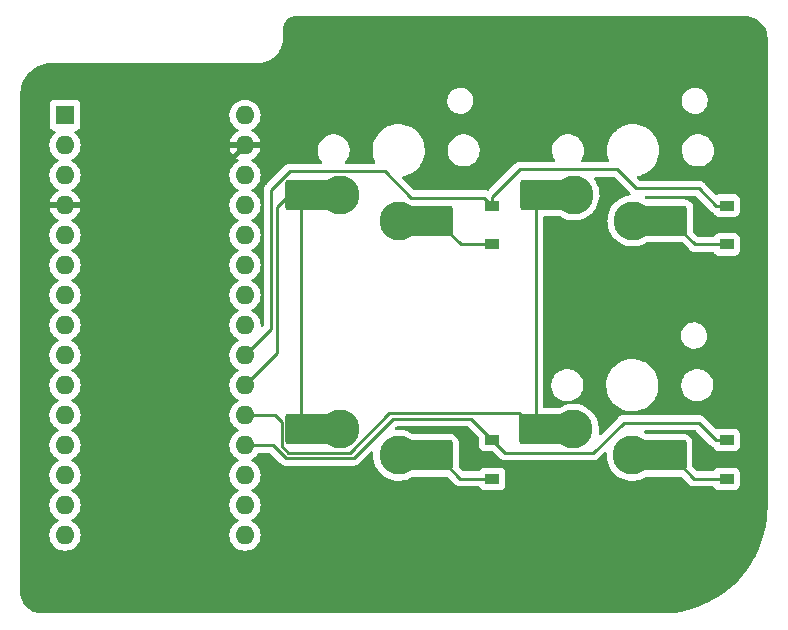
<source format=gbl>
G04 #@! TF.GenerationSoftware,KiCad,Pcbnew,(6.0.5)*
G04 #@! TF.CreationDate,2022-09-29T17:00:32+08:00*
G04 #@! TF.ProjectId,4k-keypad-arduino-nano,346b2d6b-6579-4706-9164-2d6172647569,rev?*
G04 #@! TF.SameCoordinates,Original*
G04 #@! TF.FileFunction,Copper,L2,Bot*
G04 #@! TF.FilePolarity,Positive*
%FSLAX46Y46*%
G04 Gerber Fmt 4.6, Leading zero omitted, Abs format (unit mm)*
G04 Created by KiCad (PCBNEW (6.0.5)) date 2022-09-29 17:00:32*
%MOMM*%
%LPD*%
G01*
G04 APERTURE LIST*
G04 Aperture macros list*
%AMRoundRect*
0 Rectangle with rounded corners*
0 $1 Rounding radius*
0 $2 $3 $4 $5 $6 $7 $8 $9 X,Y pos of 4 corners*
0 Add a 4 corners polygon primitive as box body*
4,1,4,$2,$3,$4,$5,$6,$7,$8,$9,$2,$3,0*
0 Add four circle primitives for the rounded corners*
1,1,$1+$1,$2,$3*
1,1,$1+$1,$4,$5*
1,1,$1+$1,$6,$7*
1,1,$1+$1,$8,$9*
0 Add four rect primitives between the rounded corners*
20,1,$1+$1,$2,$3,$4,$5,0*
20,1,$1+$1,$4,$5,$6,$7,0*
20,1,$1+$1,$6,$7,$8,$9,0*
20,1,$1+$1,$8,$9,$2,$3,0*%
G04 Aperture macros list end*
G04 #@! TA.AperFunction,ComponentPad*
%ADD10R,1.600000X1.600000*%
G04 #@! TD*
G04 #@! TA.AperFunction,ComponentPad*
%ADD11O,1.600000X1.600000*%
G04 #@! TD*
G04 #@! TA.AperFunction,SMDPad,CuDef*
%ADD12R,1.200000X2.600000*%
G04 #@! TD*
G04 #@! TA.AperFunction,SMDPad,CuDef*
%ADD13RoundRect,0.260000X1.065000X1.040000X-1.065000X1.040000X-1.065000X-1.040000X1.065000X-1.040000X0*%
G04 #@! TD*
G04 #@! TA.AperFunction,ComponentPad*
%ADD14C,3.300000*%
G04 #@! TD*
G04 #@! TA.AperFunction,SMDPad,CuDef*
%ADD15R,1.200000X0.900000*%
G04 #@! TD*
G04 #@! TA.AperFunction,ViaPad*
%ADD16C,0.800000*%
G04 #@! TD*
G04 #@! TA.AperFunction,Conductor*
%ADD17C,0.381000*%
G04 #@! TD*
G04 #@! TA.AperFunction,Conductor*
%ADD18C,0.254000*%
G04 #@! TD*
G04 APERTURE END LIST*
D10*
X101133750Y-75569949D03*
D11*
X101133750Y-78109949D03*
X101133750Y-80649949D03*
X101133750Y-83189949D03*
X101133750Y-85729949D03*
X101133750Y-88269949D03*
X101133750Y-90809949D03*
X101133750Y-93349949D03*
X101133750Y-95889949D03*
X101133750Y-98429949D03*
X101133750Y-100969949D03*
X101133750Y-103509949D03*
X101133750Y-106049949D03*
X101133750Y-108589949D03*
X101133750Y-111129949D03*
X116373750Y-111129949D03*
X116373750Y-108589949D03*
X116373750Y-106049949D03*
X116373750Y-103509949D03*
X116373750Y-100969949D03*
X116373750Y-98429949D03*
X116373750Y-95889949D03*
X116373750Y-93349949D03*
X116373750Y-90809949D03*
X116373750Y-88269949D03*
X116373750Y-85729949D03*
X116373750Y-83189949D03*
X116373750Y-80649949D03*
X116373750Y-78109949D03*
X116373750Y-75569949D03*
D12*
X122831250Y-102175000D03*
D13*
X121136250Y-102175000D03*
D14*
X124381250Y-102175000D03*
D13*
X132626250Y-104375000D03*
D14*
X129381250Y-104375000D03*
D12*
X130931250Y-104375000D03*
X150718750Y-104375000D03*
D14*
X149168750Y-104375000D03*
D13*
X152413750Y-104375000D03*
D14*
X144168750Y-102175000D03*
D13*
X140923750Y-102175000D03*
D12*
X142618750Y-102175000D03*
X142675000Y-82300000D03*
D13*
X140980000Y-82300000D03*
D14*
X144225000Y-82300000D03*
D13*
X152470000Y-84500000D03*
D14*
X149225000Y-84500000D03*
D12*
X150775000Y-84500000D03*
X122831250Y-82300000D03*
D13*
X121136250Y-82300000D03*
D14*
X124381250Y-82300000D03*
D13*
X132626250Y-84500000D03*
D14*
X129381250Y-84500000D03*
D12*
X130931250Y-84500000D03*
D15*
X157162500Y-103062500D03*
X157162500Y-106362500D03*
X137318750Y-103062500D03*
X137318750Y-106362500D03*
X157162500Y-83218750D03*
X157162500Y-86518750D03*
X137318750Y-83218750D03*
X137318750Y-86518750D03*
D16*
X114300000Y-114300000D03*
D17*
X107964949Y-86518750D02*
X116373750Y-78109949D01*
X107950000Y-86518750D02*
X107964949Y-86518750D01*
X104621199Y-83189949D02*
X101133750Y-83189949D01*
X107950000Y-86518750D02*
X104621199Y-83189949D01*
X107950000Y-107950000D02*
X107950000Y-86518750D01*
X114300000Y-114300000D02*
X107950000Y-107950000D01*
D18*
X128218094Y-80323489D02*
X130444605Y-82550000D01*
X136650000Y-82550000D02*
X137318750Y-83218750D01*
X120178297Y-80323489D02*
X128218094Y-80323489D01*
X130444605Y-82550000D02*
X136650000Y-82550000D01*
X118608980Y-93654719D02*
X118608980Y-81892806D01*
X116373750Y-95889949D02*
X118608980Y-93654719D01*
X118608980Y-81892806D02*
X120178297Y-80323489D01*
X119062500Y-83343750D02*
X119062500Y-95741199D01*
X119062500Y-95741199D02*
X116373750Y-98429949D01*
X120106250Y-82300000D02*
X119062500Y-83343750D01*
X118743575Y-103509949D02*
X116373750Y-103509949D01*
X119838657Y-104605031D02*
X118743575Y-103509949D01*
X119484730Y-101535980D02*
X118918699Y-100969949D01*
X118918699Y-100969949D02*
X116373750Y-100969949D01*
X135516020Y-101259770D02*
X137318750Y-103062500D01*
X125582469Y-104605031D02*
X128927730Y-101259770D01*
X119838657Y-104605031D02*
X125582469Y-104605031D01*
X128927730Y-101259770D02*
X135516020Y-101259770D01*
X128587500Y-100806250D02*
X139555000Y-100806250D01*
X120026511Y-104151511D02*
X125242239Y-104151511D01*
X139555000Y-100806250D02*
X140923750Y-102175000D01*
X119484730Y-103609730D02*
X120026511Y-104151511D01*
X119484730Y-101535980D02*
X119484730Y-103609730D01*
X125242239Y-104151511D02*
X128587500Y-100806250D01*
X140980000Y-82300000D02*
X140980000Y-102118750D01*
X148431250Y-101600000D02*
X154781250Y-101600000D01*
X138407761Y-104151511D02*
X145879739Y-104151511D01*
X145879739Y-104151511D02*
X148431250Y-101600000D01*
X137318750Y-103062500D02*
X138407761Y-104151511D01*
X121136250Y-82300000D02*
X121136250Y-102175000D01*
X156243750Y-103062500D02*
X157162500Y-103062500D01*
X154781250Y-101600000D02*
X156243750Y-103062500D01*
X156243750Y-83218750D02*
X157162500Y-83218750D01*
X147907105Y-80168750D02*
X149494605Y-81756250D01*
X139664750Y-80168750D02*
X147907105Y-80168750D01*
X137318750Y-82514750D02*
X139664750Y-80168750D01*
X137318750Y-83218750D02*
X137318750Y-82514750D01*
X149494605Y-81756250D02*
X154781250Y-81756250D01*
X154781250Y-81756250D02*
X156243750Y-83218750D01*
X154488750Y-86518750D02*
X157162500Y-86518750D01*
X152470000Y-84500000D02*
X154488750Y-86518750D01*
X132626250Y-84500000D02*
X134645000Y-86518750D01*
X134645000Y-86518750D02*
X137318750Y-86518750D01*
X154401250Y-106362500D02*
X157162500Y-106362500D01*
X152413750Y-104375000D02*
X154401250Y-106362500D01*
X134613750Y-106362500D02*
X137318750Y-106362500D01*
X132626250Y-104375000D02*
X134613750Y-106362500D01*
G04 #@! TA.AperFunction,Conductor*
G36*
X158720018Y-67185000D02*
G01*
X158734851Y-67187310D01*
X158734855Y-67187310D01*
X158743724Y-67188691D01*
X158752626Y-67187527D01*
X158752629Y-67187527D01*
X158760012Y-67186561D01*
X158784591Y-67185767D01*
X158811442Y-67187527D01*
X158986204Y-67198982D01*
X159002543Y-67201133D01*
X159226611Y-67245701D01*
X159242529Y-67249966D01*
X159252147Y-67253231D01*
X159458862Y-67323401D01*
X159474081Y-67329705D01*
X159648555Y-67415744D01*
X159678977Y-67430746D01*
X159693250Y-67438986D01*
X159883206Y-67565909D01*
X159896281Y-67575942D01*
X160068047Y-67726573D01*
X160079702Y-67738227D01*
X160230336Y-67909988D01*
X160240369Y-67923064D01*
X160367290Y-68113009D01*
X160375530Y-68127281D01*
X160468477Y-68315750D01*
X160476576Y-68332173D01*
X160482884Y-68347400D01*
X160556324Y-68563738D01*
X160560589Y-68579657D01*
X160605161Y-68803712D01*
X160607313Y-68820053D01*
X160620047Y-69014279D01*
X160618974Y-69038405D01*
X160618941Y-69041107D01*
X160617559Y-69049985D01*
X160618724Y-69058889D01*
X160621686Y-69081541D01*
X160622750Y-69097881D01*
X160622750Y-108694383D01*
X160621250Y-108713768D01*
X160618940Y-108728601D01*
X160618940Y-108728605D01*
X160617559Y-108737474D01*
X160618723Y-108746376D01*
X160618723Y-108746378D01*
X160620581Y-108760584D01*
X160621583Y-108780879D01*
X160605082Y-109305943D01*
X160604585Y-109313843D01*
X160592835Y-109438146D01*
X160552869Y-109860948D01*
X160552025Y-109869874D01*
X160551034Y-109877718D01*
X160485710Y-110290160D01*
X160463663Y-110429361D01*
X160462179Y-110437136D01*
X160340341Y-110982204D01*
X160338373Y-110989871D01*
X160182556Y-111526200D01*
X160180114Y-111533715D01*
X159990916Y-112059235D01*
X159988014Y-112066563D01*
X159766190Y-112579168D01*
X159762834Y-112586300D01*
X159621590Y-112863507D01*
X159509267Y-113083953D01*
X159505454Y-113090889D01*
X159221143Y-113571633D01*
X159216901Y-113578316D01*
X158902976Y-114040243D01*
X158898334Y-114046634D01*
X158555999Y-114487969D01*
X158550969Y-114494048D01*
X158181610Y-114913004D01*
X158176191Y-114918774D01*
X157781274Y-115313691D01*
X157775504Y-115319110D01*
X157356548Y-115688469D01*
X157350469Y-115693499D01*
X156909134Y-116035834D01*
X156902743Y-116040476D01*
X156440816Y-116354401D01*
X156434133Y-116358643D01*
X155953389Y-116642954D01*
X155946453Y-116646767D01*
X155448800Y-116900334D01*
X155441668Y-116903690D01*
X154929063Y-117125514D01*
X154921735Y-117128416D01*
X154396215Y-117317614D01*
X154388712Y-117320052D01*
X154189839Y-117377830D01*
X153852371Y-117475873D01*
X153844704Y-117477841D01*
X153299636Y-117599679D01*
X153291869Y-117601162D01*
X152740218Y-117688534D01*
X152732383Y-117689524D01*
X152495126Y-117711951D01*
X152176343Y-117742085D01*
X152168443Y-117742582D01*
X151650950Y-117758845D01*
X151627608Y-117757407D01*
X151621400Y-117756440D01*
X151621395Y-117756440D01*
X151612526Y-117755059D01*
X151603624Y-117756223D01*
X151603622Y-117756223D01*
X151590173Y-117757982D01*
X151580964Y-117759186D01*
X151564629Y-117760250D01*
X99268120Y-117760250D01*
X99248732Y-117758749D01*
X99233912Y-117756441D01*
X99233911Y-117756441D01*
X99225037Y-117755059D01*
X99208743Y-117757189D01*
X99184171Y-117757982D01*
X99038323Y-117748420D01*
X98982559Y-117744764D01*
X98966218Y-117742612D01*
X98742170Y-117698041D01*
X98726251Y-117693776D01*
X98615277Y-117656104D01*
X98509914Y-117620336D01*
X98494696Y-117614032D01*
X98289806Y-117512987D01*
X98275534Y-117504747D01*
X98085595Y-117377830D01*
X98072519Y-117367797D01*
X97900762Y-117217166D01*
X97889108Y-117205512D01*
X97738477Y-117033747D01*
X97728450Y-117020679D01*
X97601526Y-116830721D01*
X97593299Y-116816473D01*
X97492247Y-116611555D01*
X97485947Y-116596343D01*
X97412516Y-116380019D01*
X97408250Y-116364099D01*
X97363682Y-116140038D01*
X97361531Y-116123698D01*
X97349012Y-115932693D01*
X97350175Y-115909734D01*
X97349834Y-115909703D01*
X97350270Y-115904845D01*
X97351076Y-115900052D01*
X97351229Y-115887500D01*
X97347273Y-115859876D01*
X97346000Y-115842014D01*
X97346000Y-111129949D01*
X99820252Y-111129949D01*
X99840207Y-111358036D01*
X99899466Y-111579192D01*
X99901789Y-111584173D01*
X99901789Y-111584174D01*
X99993901Y-111781711D01*
X99993904Y-111781716D01*
X99996227Y-111786698D01*
X100127552Y-111974249D01*
X100289450Y-112136147D01*
X100293958Y-112139304D01*
X100293961Y-112139306D01*
X100372139Y-112194047D01*
X100477001Y-112267472D01*
X100481983Y-112269795D01*
X100481988Y-112269798D01*
X100679525Y-112361910D01*
X100684507Y-112364233D01*
X100689815Y-112365655D01*
X100689817Y-112365656D01*
X100900348Y-112422068D01*
X100900350Y-112422068D01*
X100905663Y-112423492D01*
X101133750Y-112443447D01*
X101361837Y-112423492D01*
X101367150Y-112422068D01*
X101367152Y-112422068D01*
X101577683Y-112365656D01*
X101577685Y-112365655D01*
X101582993Y-112364233D01*
X101587975Y-112361910D01*
X101785512Y-112269798D01*
X101785517Y-112269795D01*
X101790499Y-112267472D01*
X101895361Y-112194047D01*
X101973539Y-112139306D01*
X101973542Y-112139304D01*
X101978050Y-112136147D01*
X102139948Y-111974249D01*
X102271273Y-111786698D01*
X102273596Y-111781716D01*
X102273599Y-111781711D01*
X102365711Y-111584174D01*
X102365711Y-111584173D01*
X102368034Y-111579192D01*
X102427293Y-111358036D01*
X102447248Y-111129949D01*
X115060252Y-111129949D01*
X115080207Y-111358036D01*
X115139466Y-111579192D01*
X115141789Y-111584173D01*
X115141789Y-111584174D01*
X115233901Y-111781711D01*
X115233904Y-111781716D01*
X115236227Y-111786698D01*
X115367552Y-111974249D01*
X115529450Y-112136147D01*
X115533958Y-112139304D01*
X115533961Y-112139306D01*
X115612139Y-112194047D01*
X115717001Y-112267472D01*
X115721983Y-112269795D01*
X115721988Y-112269798D01*
X115919525Y-112361910D01*
X115924507Y-112364233D01*
X115929815Y-112365655D01*
X115929817Y-112365656D01*
X116140348Y-112422068D01*
X116140350Y-112422068D01*
X116145663Y-112423492D01*
X116373750Y-112443447D01*
X116601837Y-112423492D01*
X116607150Y-112422068D01*
X116607152Y-112422068D01*
X116817683Y-112365656D01*
X116817685Y-112365655D01*
X116822993Y-112364233D01*
X116827975Y-112361910D01*
X117025512Y-112269798D01*
X117025517Y-112269795D01*
X117030499Y-112267472D01*
X117135361Y-112194047D01*
X117213539Y-112139306D01*
X117213542Y-112139304D01*
X117218050Y-112136147D01*
X117379948Y-111974249D01*
X117511273Y-111786698D01*
X117513596Y-111781716D01*
X117513599Y-111781711D01*
X117605711Y-111584174D01*
X117605711Y-111584173D01*
X117608034Y-111579192D01*
X117667293Y-111358036D01*
X117687248Y-111129949D01*
X117667293Y-110901862D01*
X117608034Y-110680706D01*
X117548561Y-110553164D01*
X117513599Y-110478187D01*
X117513596Y-110478182D01*
X117511273Y-110473200D01*
X117379948Y-110285649D01*
X117218050Y-110123751D01*
X117213542Y-110120594D01*
X117213539Y-110120592D01*
X117135361Y-110065851D01*
X117030499Y-109992426D01*
X117025517Y-109990103D01*
X117025512Y-109990100D01*
X116991293Y-109974144D01*
X116938008Y-109927227D01*
X116918547Y-109858950D01*
X116939089Y-109790990D01*
X116991293Y-109745754D01*
X117025512Y-109729798D01*
X117025517Y-109729795D01*
X117030499Y-109727472D01*
X117135361Y-109654047D01*
X117213539Y-109599306D01*
X117213542Y-109599304D01*
X117218050Y-109596147D01*
X117379948Y-109434249D01*
X117511273Y-109246698D01*
X117513596Y-109241716D01*
X117513599Y-109241711D01*
X117605711Y-109044174D01*
X117605711Y-109044173D01*
X117608034Y-109039192D01*
X117667293Y-108818036D01*
X117687248Y-108589949D01*
X117667293Y-108361862D01*
X117608034Y-108140706D01*
X117605711Y-108135724D01*
X117513599Y-107938187D01*
X117513596Y-107938182D01*
X117511273Y-107933200D01*
X117379948Y-107745649D01*
X117218050Y-107583751D01*
X117213542Y-107580594D01*
X117213539Y-107580592D01*
X117135361Y-107525851D01*
X117030499Y-107452426D01*
X117025517Y-107450103D01*
X117025512Y-107450100D01*
X116991293Y-107434144D01*
X116938008Y-107387227D01*
X116918547Y-107318950D01*
X116939089Y-107250990D01*
X116991293Y-107205754D01*
X117025512Y-107189798D01*
X117025517Y-107189795D01*
X117030499Y-107187472D01*
X117135361Y-107114047D01*
X117213539Y-107059306D01*
X117213542Y-107059304D01*
X117218050Y-107056147D01*
X117379948Y-106894249D01*
X117386749Y-106884537D01*
X117466386Y-106770803D01*
X117511273Y-106706698D01*
X117513596Y-106701716D01*
X117513599Y-106701711D01*
X117605711Y-106504174D01*
X117605711Y-106504173D01*
X117608034Y-106499192D01*
X117627770Y-106425539D01*
X117665869Y-106283351D01*
X117665869Y-106283349D01*
X117667293Y-106278036D01*
X117687248Y-106049949D01*
X117667293Y-105821862D01*
X117638752Y-105715345D01*
X117609457Y-105606016D01*
X117609456Y-105606014D01*
X117608034Y-105600706D01*
X117581526Y-105543858D01*
X117513599Y-105398187D01*
X117513596Y-105398182D01*
X117511273Y-105393200D01*
X117435062Y-105284360D01*
X117383107Y-105210160D01*
X117383105Y-105210157D01*
X117379948Y-105205649D01*
X117218050Y-105043751D01*
X117213542Y-105040594D01*
X117213539Y-105040592D01*
X117056681Y-104930759D01*
X117030499Y-104912426D01*
X117025517Y-104910103D01*
X117025512Y-104910100D01*
X116991293Y-104894144D01*
X116938008Y-104847227D01*
X116918547Y-104778950D01*
X116939089Y-104710990D01*
X116991293Y-104665754D01*
X117025512Y-104649798D01*
X117025517Y-104649795D01*
X117030499Y-104647472D01*
X117176845Y-104544999D01*
X117213539Y-104519306D01*
X117213542Y-104519304D01*
X117218050Y-104516147D01*
X117379948Y-104354249D01*
X117384273Y-104348073D01*
X117488530Y-104199178D01*
X117543987Y-104154850D01*
X117591743Y-104145449D01*
X118428152Y-104145449D01*
X118496273Y-104165451D01*
X118517248Y-104182354D01*
X118941489Y-104606596D01*
X119333412Y-104998519D01*
X119340982Y-105006838D01*
X119345104Y-105013334D01*
X119350882Y-105018760D01*
X119350883Y-105018761D01*
X119394922Y-105060116D01*
X119397764Y-105062871D01*
X119417563Y-105082670D01*
X119420688Y-105085094D01*
X119420697Y-105085102D01*
X119420783Y-105085168D01*
X119429808Y-105092876D01*
X119462151Y-105123248D01*
X119469095Y-105127066D01*
X119469097Y-105127067D01*
X119479986Y-105133053D01*
X119496504Y-105143904D01*
X119512590Y-105156381D01*
X119553323Y-105174007D01*
X119563971Y-105179224D01*
X119575599Y-105185616D01*
X119602854Y-105200600D01*
X119610529Y-105202571D01*
X119610535Y-105202573D01*
X119622568Y-105205662D01*
X119641270Y-105212065D01*
X119659949Y-105220148D01*
X119693475Y-105225458D01*
X119703784Y-105227091D01*
X119715397Y-105229496D01*
X119758375Y-105240531D01*
X119778722Y-105240531D01*
X119798434Y-105242082D01*
X119818536Y-105245266D01*
X119826428Y-105244520D01*
X119862713Y-105241090D01*
X119874571Y-105240531D01*
X125503449Y-105240531D01*
X125514683Y-105241061D01*
X125522188Y-105242739D01*
X125590481Y-105240593D01*
X125594438Y-105240531D01*
X125622452Y-105240531D01*
X125626377Y-105240035D01*
X125626378Y-105240035D01*
X125626473Y-105240023D01*
X125638318Y-105239090D01*
X125668139Y-105238153D01*
X125674751Y-105237945D01*
X125674752Y-105237945D01*
X125682674Y-105237696D01*
X125702218Y-105232018D01*
X125721581Y-105228008D01*
X125733909Y-105226451D01*
X125733911Y-105226451D01*
X125741768Y-105225458D01*
X125749132Y-105222542D01*
X125749137Y-105222541D01*
X125783025Y-105209124D01*
X125794254Y-105205279D01*
X125810934Y-105200433D01*
X125836862Y-105192900D01*
X125843689Y-105188862D01*
X125843692Y-105188861D01*
X125854375Y-105182543D01*
X125872133Y-105173843D01*
X125883684Y-105169270D01*
X125883690Y-105169266D01*
X125891057Y-105166350D01*
X125900446Y-105159529D01*
X125926957Y-105140267D01*
X125936879Y-105133750D01*
X125968237Y-105115205D01*
X125968241Y-105115202D01*
X125975067Y-105111165D01*
X125989451Y-105096781D01*
X126004485Y-105083940D01*
X126014542Y-105076633D01*
X126020956Y-105071973D01*
X126049247Y-105037775D01*
X126057236Y-105028996D01*
X127017661Y-104068571D01*
X127079973Y-104034545D01*
X127150788Y-104039610D01*
X127207624Y-104082157D01*
X127232435Y-104148677D01*
X127232368Y-104167552D01*
X127227563Y-104228607D01*
X127217825Y-104352344D01*
X127234766Y-104646164D01*
X127235591Y-104650371D01*
X127235592Y-104650376D01*
X127258870Y-104769021D01*
X127291427Y-104934966D01*
X127292814Y-104939016D01*
X127292815Y-104939021D01*
X127385370Y-105209351D01*
X127386759Y-105213407D01*
X127408974Y-105257577D01*
X127510145Y-105458733D01*
X127518997Y-105476334D01*
X127521423Y-105479863D01*
X127521426Y-105479869D01*
X127608125Y-105606016D01*
X127685695Y-105718881D01*
X127883768Y-105936560D01*
X127887057Y-105939310D01*
X128106259Y-106122592D01*
X128106264Y-106122596D01*
X128109551Y-106125344D01*
X128202260Y-106183500D01*
X128355226Y-106279456D01*
X128355230Y-106279458D01*
X128358866Y-106281739D01*
X128431543Y-106314554D01*
X128623187Y-106401085D01*
X128623191Y-106401087D01*
X128627099Y-106402851D01*
X128631218Y-106404071D01*
X128905174Y-106485221D01*
X128905179Y-106485222D01*
X128909287Y-106486439D01*
X128913521Y-106487087D01*
X128913526Y-106487088D01*
X129195967Y-106530307D01*
X129195969Y-106530307D01*
X129200209Y-106530956D01*
X129350022Y-106533310D01*
X129490190Y-106535512D01*
X129490196Y-106535512D01*
X129494481Y-106535579D01*
X129786658Y-106500222D01*
X130071332Y-106425539D01*
X130343238Y-106312912D01*
X130535245Y-106200712D01*
X130598815Y-106183500D01*
X133483828Y-106183500D01*
X133551949Y-106203502D01*
X133572923Y-106220405D01*
X134108495Y-106755977D01*
X134116072Y-106764303D01*
X134120197Y-106770803D01*
X134125975Y-106776229D01*
X134125976Y-106776230D01*
X134170031Y-106817600D01*
X134172873Y-106820355D01*
X134192656Y-106840138D01*
X134195864Y-106842626D01*
X134204893Y-106850337D01*
X134237244Y-106880717D01*
X134244193Y-106884537D01*
X134255079Y-106890522D01*
X134271603Y-106901376D01*
X134287683Y-106913849D01*
X134294960Y-106916998D01*
X134328400Y-106931469D01*
X134339061Y-106936692D01*
X134370997Y-106954249D01*
X134371002Y-106954251D01*
X134377947Y-106958069D01*
X134385621Y-106960039D01*
X134385628Y-106960042D01*
X134397663Y-106963132D01*
X134416368Y-106969536D01*
X134427763Y-106974467D01*
X134435042Y-106977617D01*
X134462092Y-106981901D01*
X134478877Y-106984560D01*
X134490490Y-106986965D01*
X134533468Y-106998000D01*
X134553815Y-106998000D01*
X134573527Y-106999551D01*
X134593629Y-107002735D01*
X134601521Y-107001989D01*
X134637806Y-106998559D01*
X134649664Y-106998000D01*
X136161412Y-106998000D01*
X136229533Y-107018002D01*
X136268019Y-107059292D01*
X136268135Y-107059205D01*
X136268940Y-107060280D01*
X136268943Y-107060284D01*
X136355489Y-107175761D01*
X136472045Y-107263115D01*
X136608434Y-107314245D01*
X136670616Y-107321000D01*
X137966884Y-107321000D01*
X138029066Y-107314245D01*
X138165455Y-107263115D01*
X138282011Y-107175761D01*
X138369365Y-107059205D01*
X138420495Y-106922816D01*
X138427250Y-106860634D01*
X138427250Y-105864366D01*
X138420495Y-105802184D01*
X138369365Y-105665795D01*
X138282011Y-105549239D01*
X138165455Y-105461885D01*
X138029066Y-105410755D01*
X137966884Y-105404000D01*
X136670616Y-105404000D01*
X136608434Y-105410755D01*
X136472045Y-105461885D01*
X136355489Y-105549239D01*
X136268135Y-105665795D01*
X136267851Y-105665582D01*
X136221670Y-105711657D01*
X136161412Y-105727000D01*
X134929173Y-105727000D01*
X134861052Y-105706998D01*
X134840078Y-105690095D01*
X134496655Y-105346672D01*
X134462629Y-105284360D01*
X134459750Y-105257577D01*
X134459750Y-103250656D01*
X134459488Y-103246112D01*
X134453478Y-103220077D01*
X134422288Y-103084981D01*
X134420704Y-103078119D01*
X134345664Y-102922893D01*
X134341272Y-102917391D01*
X134341270Y-102917388D01*
X134242489Y-102793648D01*
X134238100Y-102788150D01*
X134186524Y-102746977D01*
X134108862Y-102684980D01*
X134108859Y-102684978D01*
X134103357Y-102680586D01*
X134064398Y-102661752D01*
X134021634Y-102641079D01*
X133948131Y-102605546D01*
X133874349Y-102588512D01*
X133785337Y-102567962D01*
X133785334Y-102567962D01*
X133780138Y-102566762D01*
X133775594Y-102566500D01*
X130596758Y-102566500D01*
X130530923Y-102547933D01*
X130504943Y-102532012D01*
X130383611Y-102457660D01*
X130379675Y-102455932D01*
X130118052Y-102341087D01*
X130118048Y-102341086D01*
X130114124Y-102339363D01*
X129831076Y-102258735D01*
X129826834Y-102258131D01*
X129826828Y-102258130D01*
X129543955Y-102217871D01*
X129539704Y-102217266D01*
X129384556Y-102216454D01*
X129249686Y-102215747D01*
X129249680Y-102215747D01*
X129245400Y-102215725D01*
X129181674Y-102224115D01*
X129111527Y-102213176D01*
X129058428Y-102166048D01*
X129039238Y-102097695D01*
X129060049Y-102029816D01*
X129076134Y-102010098D01*
X129154057Y-101932175D01*
X129216369Y-101898149D01*
X129243152Y-101895270D01*
X135200598Y-101895270D01*
X135268719Y-101915272D01*
X135289693Y-101932175D01*
X136173345Y-102815827D01*
X136207371Y-102878139D01*
X136210250Y-102904922D01*
X136210250Y-103560634D01*
X136217005Y-103622816D01*
X136268135Y-103759205D01*
X136355489Y-103875761D01*
X136472045Y-103963115D01*
X136608434Y-104014245D01*
X136670616Y-104021000D01*
X137326327Y-104021000D01*
X137394448Y-104041002D01*
X137415423Y-104057905D01*
X137902516Y-104544999D01*
X137910086Y-104553318D01*
X137914208Y-104559814D01*
X137919986Y-104565240D01*
X137919987Y-104565241D01*
X137964026Y-104606596D01*
X137966868Y-104609351D01*
X137986667Y-104629150D01*
X137989798Y-104631579D01*
X137989803Y-104631583D01*
X137989889Y-104631650D01*
X137998914Y-104639358D01*
X138025476Y-104664302D01*
X138025480Y-104664305D01*
X138031255Y-104669728D01*
X138038201Y-104673547D01*
X138038206Y-104673550D01*
X138049089Y-104679533D01*
X138065617Y-104690389D01*
X138075432Y-104698003D01*
X138075435Y-104698005D01*
X138081694Y-104702860D01*
X138088964Y-104706006D01*
X138088969Y-104706009D01*
X138122411Y-104720480D01*
X138133072Y-104725703D01*
X138165008Y-104743260D01*
X138165013Y-104743262D01*
X138171958Y-104747080D01*
X138179632Y-104749050D01*
X138179639Y-104749053D01*
X138191674Y-104752143D01*
X138210379Y-104758547D01*
X138221774Y-104763478D01*
X138229053Y-104766628D01*
X138244162Y-104769021D01*
X138272888Y-104773571D01*
X138284501Y-104775976D01*
X138327479Y-104787011D01*
X138347826Y-104787011D01*
X138367538Y-104788562D01*
X138387640Y-104791746D01*
X138395532Y-104791000D01*
X138431817Y-104787570D01*
X138443675Y-104787011D01*
X145800719Y-104787011D01*
X145811953Y-104787541D01*
X145819458Y-104789219D01*
X145887751Y-104787073D01*
X145891708Y-104787011D01*
X145919722Y-104787011D01*
X145923647Y-104786515D01*
X145923648Y-104786515D01*
X145923743Y-104786503D01*
X145935588Y-104785570D01*
X145965409Y-104784633D01*
X145972021Y-104784425D01*
X145972022Y-104784425D01*
X145979944Y-104784176D01*
X145999488Y-104778498D01*
X146018851Y-104774488D01*
X146031179Y-104772931D01*
X146031181Y-104772931D01*
X146039038Y-104771938D01*
X146046402Y-104769022D01*
X146046407Y-104769021D01*
X146080295Y-104755604D01*
X146091524Y-104751759D01*
X146108204Y-104746913D01*
X146134132Y-104739380D01*
X146140959Y-104735342D01*
X146140962Y-104735341D01*
X146151645Y-104729023D01*
X146169403Y-104720323D01*
X146180954Y-104715750D01*
X146180960Y-104715746D01*
X146188327Y-104712830D01*
X146197716Y-104706009D01*
X146224227Y-104686747D01*
X146234149Y-104680230D01*
X146265507Y-104661685D01*
X146265511Y-104661682D01*
X146272337Y-104657645D01*
X146286721Y-104643261D01*
X146301755Y-104630420D01*
X146311812Y-104623113D01*
X146318226Y-104618453D01*
X146346517Y-104584255D01*
X146354506Y-104575476D01*
X146800356Y-104129626D01*
X146862668Y-104095600D01*
X146933483Y-104100665D01*
X146990319Y-104143212D01*
X147015130Y-104209732D01*
X147015063Y-104228607D01*
X147005325Y-104352344D01*
X147022266Y-104646164D01*
X147023091Y-104650371D01*
X147023092Y-104650376D01*
X147046370Y-104769021D01*
X147078927Y-104934966D01*
X147080314Y-104939016D01*
X147080315Y-104939021D01*
X147172870Y-105209351D01*
X147174259Y-105213407D01*
X147196474Y-105257577D01*
X147297645Y-105458733D01*
X147306497Y-105476334D01*
X147308923Y-105479863D01*
X147308926Y-105479869D01*
X147395625Y-105606016D01*
X147473195Y-105718881D01*
X147671268Y-105936560D01*
X147674557Y-105939310D01*
X147893759Y-106122592D01*
X147893764Y-106122596D01*
X147897051Y-106125344D01*
X147989760Y-106183500D01*
X148142726Y-106279456D01*
X148142730Y-106279458D01*
X148146366Y-106281739D01*
X148219043Y-106314554D01*
X148410687Y-106401085D01*
X148410691Y-106401087D01*
X148414599Y-106402851D01*
X148418718Y-106404071D01*
X148692674Y-106485221D01*
X148692679Y-106485222D01*
X148696787Y-106486439D01*
X148701021Y-106487087D01*
X148701026Y-106487088D01*
X148983467Y-106530307D01*
X148983469Y-106530307D01*
X148987709Y-106530956D01*
X149137522Y-106533310D01*
X149277690Y-106535512D01*
X149277696Y-106535512D01*
X149281981Y-106535579D01*
X149574158Y-106500222D01*
X149858832Y-106425539D01*
X150130738Y-106312912D01*
X150322745Y-106200712D01*
X150386315Y-106183500D01*
X153271328Y-106183500D01*
X153339449Y-106203502D01*
X153360423Y-106220405D01*
X153895995Y-106755977D01*
X153903572Y-106764303D01*
X153907697Y-106770803D01*
X153913475Y-106776229D01*
X153913476Y-106776230D01*
X153957531Y-106817600D01*
X153960373Y-106820355D01*
X153980156Y-106840138D01*
X153983364Y-106842626D01*
X153992393Y-106850337D01*
X154024744Y-106880717D01*
X154031693Y-106884537D01*
X154042579Y-106890522D01*
X154059103Y-106901376D01*
X154075183Y-106913849D01*
X154082460Y-106916998D01*
X154115900Y-106931469D01*
X154126561Y-106936692D01*
X154158497Y-106954249D01*
X154158502Y-106954251D01*
X154165447Y-106958069D01*
X154173121Y-106960039D01*
X154173128Y-106960042D01*
X154185163Y-106963132D01*
X154203868Y-106969536D01*
X154215263Y-106974467D01*
X154222542Y-106977617D01*
X154249592Y-106981901D01*
X154266377Y-106984560D01*
X154277990Y-106986965D01*
X154320968Y-106998000D01*
X154341315Y-106998000D01*
X154361027Y-106999551D01*
X154381129Y-107002735D01*
X154389021Y-107001989D01*
X154425306Y-106998559D01*
X154437164Y-106998000D01*
X156005162Y-106998000D01*
X156073283Y-107018002D01*
X156111769Y-107059292D01*
X156111885Y-107059205D01*
X156112690Y-107060280D01*
X156112693Y-107060284D01*
X156199239Y-107175761D01*
X156315795Y-107263115D01*
X156452184Y-107314245D01*
X156514366Y-107321000D01*
X157810634Y-107321000D01*
X157872816Y-107314245D01*
X158009205Y-107263115D01*
X158125761Y-107175761D01*
X158213115Y-107059205D01*
X158264245Y-106922816D01*
X158271000Y-106860634D01*
X158271000Y-105864366D01*
X158264245Y-105802184D01*
X158213115Y-105665795D01*
X158125761Y-105549239D01*
X158009205Y-105461885D01*
X157872816Y-105410755D01*
X157810634Y-105404000D01*
X156514366Y-105404000D01*
X156452184Y-105410755D01*
X156315795Y-105461885D01*
X156199239Y-105549239D01*
X156111885Y-105665795D01*
X156111601Y-105665582D01*
X156065420Y-105711657D01*
X156005162Y-105727000D01*
X154716673Y-105727000D01*
X154648552Y-105706998D01*
X154627578Y-105690095D01*
X154284155Y-105346672D01*
X154250129Y-105284360D01*
X154247250Y-105257577D01*
X154247250Y-103250656D01*
X154246988Y-103246112D01*
X154240978Y-103220077D01*
X154209788Y-103084981D01*
X154208204Y-103078119D01*
X154133164Y-102922893D01*
X154128772Y-102917391D01*
X154128770Y-102917388D01*
X154029989Y-102793648D01*
X154025600Y-102788150D01*
X153974024Y-102746977D01*
X153896362Y-102684980D01*
X153896359Y-102684978D01*
X153890857Y-102680586D01*
X153851898Y-102661752D01*
X153809134Y-102641079D01*
X153735631Y-102605546D01*
X153661849Y-102588512D01*
X153572837Y-102567962D01*
X153572834Y-102567962D01*
X153567638Y-102566762D01*
X153563094Y-102566500D01*
X150384258Y-102566500D01*
X150318423Y-102547933D01*
X150292443Y-102532012D01*
X150189507Y-102468933D01*
X150141876Y-102416285D01*
X150130269Y-102346244D01*
X150158372Y-102281046D01*
X150217263Y-102241392D01*
X150255342Y-102235500D01*
X154465828Y-102235500D01*
X154533949Y-102255502D01*
X154554923Y-102272405D01*
X155738495Y-103455977D01*
X155746072Y-103464303D01*
X155750197Y-103470803D01*
X155755975Y-103476229D01*
X155755976Y-103476230D01*
X155800031Y-103517600D01*
X155802873Y-103520355D01*
X155822656Y-103540138D01*
X155825864Y-103542626D01*
X155834893Y-103550337D01*
X155867244Y-103580717D01*
X155874193Y-103584537D01*
X155885079Y-103590522D01*
X155901603Y-103601376D01*
X155917683Y-103613849D01*
X155924960Y-103616998D01*
X155958400Y-103631469D01*
X155969061Y-103636692D01*
X156000997Y-103654249D01*
X156001002Y-103654251D01*
X156007947Y-103658069D01*
X156015626Y-103660040D01*
X156015627Y-103660041D01*
X156017405Y-103660498D01*
X156018646Y-103661237D01*
X156022996Y-103662959D01*
X156022718Y-103663661D01*
X156078411Y-103696813D01*
X156104050Y-103738307D01*
X156108732Y-103750795D01*
X156111885Y-103759205D01*
X156199239Y-103875761D01*
X156315795Y-103963115D01*
X156452184Y-104014245D01*
X156514366Y-104021000D01*
X157810634Y-104021000D01*
X157872816Y-104014245D01*
X158009205Y-103963115D01*
X158125761Y-103875761D01*
X158213115Y-103759205D01*
X158264245Y-103622816D01*
X158271000Y-103560634D01*
X158271000Y-102564366D01*
X158264245Y-102502184D01*
X158213115Y-102365795D01*
X158125761Y-102249239D01*
X158009205Y-102161885D01*
X157872816Y-102110755D01*
X157810634Y-102104000D01*
X156514366Y-102104000D01*
X156452184Y-102110755D01*
X156337986Y-102153566D01*
X156267180Y-102158749D01*
X156204662Y-102124679D01*
X155286500Y-101206517D01*
X155278924Y-101198191D01*
X155274803Y-101191697D01*
X155224984Y-101144914D01*
X155222143Y-101142160D01*
X155202344Y-101122361D01*
X155199219Y-101119937D01*
X155199210Y-101119929D01*
X155199124Y-101119863D01*
X155190099Y-101112155D01*
X155163535Y-101087210D01*
X155157756Y-101081783D01*
X155139919Y-101071977D01*
X155123403Y-101061127D01*
X155107317Y-101048650D01*
X155066584Y-101031024D01*
X155055936Y-101025807D01*
X155027041Y-101009922D01*
X155017053Y-101004431D01*
X155009378Y-101002460D01*
X155009372Y-101002458D01*
X154997339Y-100999369D01*
X154978637Y-100992966D01*
X154959958Y-100984883D01*
X154920163Y-100978580D01*
X154916123Y-100977940D01*
X154904510Y-100975535D01*
X154861532Y-100964500D01*
X154841185Y-100964500D01*
X154821474Y-100962949D01*
X154809200Y-100961005D01*
X154801371Y-100959765D01*
X154793479Y-100960511D01*
X154757194Y-100963941D01*
X154745336Y-100964500D01*
X148510270Y-100964500D01*
X148499041Y-100963971D01*
X148491531Y-100962292D01*
X148483605Y-100962541D01*
X148483604Y-100962541D01*
X148423252Y-100964438D01*
X148419294Y-100964500D01*
X148391267Y-100964500D01*
X148387221Y-100965011D01*
X148375393Y-100965942D01*
X148331045Y-100967336D01*
X148323428Y-100969549D01*
X148311503Y-100973013D01*
X148292144Y-100977022D01*
X148290883Y-100977181D01*
X148271951Y-100979573D01*
X148264587Y-100982489D01*
X148264582Y-100982490D01*
X148242671Y-100991166D01*
X148230678Y-100995914D01*
X148219474Y-100999751D01*
X148176857Y-101012132D01*
X148159344Y-101022489D01*
X148141593Y-101031185D01*
X148130035Y-101035761D01*
X148130030Y-101035764D01*
X148122662Y-101038681D01*
X148116247Y-101043342D01*
X148086757Y-101064767D01*
X148076835Y-101071284D01*
X148045478Y-101089828D01*
X148045475Y-101089830D01*
X148038651Y-101093866D01*
X148024264Y-101108253D01*
X148009230Y-101121094D01*
X147992763Y-101133058D01*
X147987710Y-101139166D01*
X147964478Y-101167249D01*
X147956488Y-101176029D01*
X146520399Y-102612118D01*
X146458087Y-102646144D01*
X146387272Y-102641079D01*
X146330436Y-102598532D01*
X146305625Y-102532012D01*
X146305803Y-102511823D01*
X146331599Y-102222779D01*
X146331599Y-102222770D01*
X146331819Y-102220310D01*
X146332100Y-102193555D01*
X146332268Y-102177484D01*
X146332268Y-102177483D01*
X146332294Y-102175000D01*
X146328864Y-102124679D01*
X146312569Y-101885650D01*
X146312568Y-101885644D01*
X146312277Y-101881373D01*
X146295263Y-101799213D01*
X146280169Y-101726328D01*
X146252595Y-101593180D01*
X146154353Y-101315753D01*
X146063209Y-101139166D01*
X146021333Y-101058033D01*
X146021333Y-101058032D01*
X146019368Y-101054226D01*
X146003175Y-101031185D01*
X145852606Y-100816948D01*
X145852605Y-100816947D01*
X145850139Y-100813438D01*
X145649798Y-100597844D01*
X145632198Y-100583438D01*
X145527695Y-100497904D01*
X145422050Y-100411435D01*
X145171111Y-100257660D01*
X145164824Y-100254900D01*
X144905552Y-100141087D01*
X144905548Y-100141086D01*
X144901624Y-100139363D01*
X144618576Y-100058735D01*
X144614334Y-100058131D01*
X144614328Y-100058130D01*
X144331455Y-100017871D01*
X144327204Y-100017266D01*
X144172056Y-100016454D01*
X144037186Y-100015747D01*
X144037180Y-100015747D01*
X144032900Y-100015725D01*
X144028656Y-100016284D01*
X144028652Y-100016284D01*
X143900091Y-100033210D01*
X143741110Y-100054140D01*
X143736970Y-100055273D01*
X143736968Y-100055273D01*
X143720011Y-100059912D01*
X143457233Y-100131800D01*
X143453283Y-100133485D01*
X143190464Y-100245586D01*
X143190457Y-100245590D01*
X143186522Y-100247268D01*
X143021100Y-100346271D01*
X143017182Y-100348616D01*
X142952476Y-100366500D01*
X141741500Y-100366500D01*
X141673379Y-100346498D01*
X141626886Y-100292842D01*
X141615500Y-100240500D01*
X141615500Y-98360774D01*
X142306852Y-98360774D01*
X142315501Y-98591158D01*
X142316596Y-98596377D01*
X142333268Y-98675835D01*
X142362843Y-98816791D01*
X142364801Y-98821750D01*
X142364802Y-98821752D01*
X142421161Y-98964460D01*
X142447526Y-99031221D01*
X142450293Y-99035780D01*
X142450294Y-99035783D01*
X142458889Y-99049947D01*
X142567127Y-99228317D01*
X142570624Y-99232347D01*
X142657188Y-99332103D01*
X142718227Y-99402445D01*
X142722358Y-99405832D01*
X142892377Y-99545240D01*
X142892383Y-99545244D01*
X142896505Y-99548624D01*
X142901141Y-99551263D01*
X142901144Y-99551265D01*
X142924070Y-99564315D01*
X143096864Y-99662675D01*
X143313575Y-99741337D01*
X143318824Y-99742286D01*
X143318827Y-99742287D01*
X143536358Y-99781623D01*
X143536365Y-99781624D01*
X143540442Y-99782361D01*
X143558164Y-99783197D01*
X143563106Y-99783430D01*
X143563113Y-99783430D01*
X143564594Y-99783500D01*
X143726640Y-99783500D01*
X143793559Y-99777822D01*
X143893159Y-99769371D01*
X143893163Y-99769370D01*
X143898470Y-99768920D01*
X143903625Y-99767582D01*
X143903631Y-99767581D01*
X144116453Y-99712343D01*
X144116457Y-99712342D01*
X144121622Y-99711001D01*
X144126488Y-99708809D01*
X144126491Y-99708808D01*
X144326952Y-99618507D01*
X144331825Y-99616312D01*
X144523069Y-99487559D01*
X144689885Y-99328424D01*
X144827504Y-99143458D01*
X144931990Y-98937949D01*
X144951884Y-98873882D01*
X144998774Y-98722871D01*
X145000357Y-98717773D01*
X145005915Y-98675835D01*
X145029948Y-98494511D01*
X145029948Y-98494506D01*
X145030648Y-98489226D01*
X145029977Y-98471355D01*
X146955792Y-98471355D01*
X146956155Y-98475503D01*
X146956155Y-98475507D01*
X146957818Y-98494511D01*
X146981363Y-98763625D01*
X146982273Y-98767697D01*
X146982274Y-98767702D01*
X147026255Y-98964460D01*
X147045363Y-99049947D01*
X147146669Y-99325288D01*
X147148616Y-99328981D01*
X147148617Y-99328983D01*
X147264421Y-99548624D01*
X147283501Y-99584813D01*
X147453455Y-99823961D01*
X147653544Y-100038531D01*
X147880254Y-100224752D01*
X148129601Y-100379354D01*
X148133418Y-100381070D01*
X148133421Y-100381071D01*
X148166097Y-100395756D01*
X148397206Y-100499620D01*
X148467937Y-100520706D01*
X148674368Y-100582247D01*
X148674376Y-100582249D01*
X148678365Y-100583438D01*
X148682481Y-100584090D01*
X148682486Y-100584091D01*
X148964672Y-100628784D01*
X148964677Y-100628784D01*
X148968140Y-100629333D01*
X149017236Y-100631563D01*
X149058482Y-100633436D01*
X149058501Y-100633436D01*
X149059901Y-100633500D01*
X149243170Y-100633500D01*
X149461492Y-100618999D01*
X149749091Y-100561009D01*
X150026494Y-100465492D01*
X150030236Y-100463618D01*
X150030241Y-100463616D01*
X150285083Y-100336000D01*
X150285085Y-100335999D01*
X150288827Y-100334125D01*
X150487344Y-100199213D01*
X150528023Y-100171568D01*
X150528026Y-100171566D01*
X150531482Y-100169217D01*
X150703129Y-100015747D01*
X150747078Y-99976452D01*
X150747079Y-99976451D01*
X150750195Y-99973665D01*
X150941123Y-99750905D01*
X151046769Y-99588225D01*
X151098634Y-99508360D01*
X151098637Y-99508355D01*
X151100913Y-99504850D01*
X151226757Y-99239823D01*
X151229158Y-99232347D01*
X151315166Y-98964460D01*
X151316444Y-98960480D01*
X151368399Y-98671730D01*
X151376929Y-98483895D01*
X151381519Y-98382815D01*
X151381519Y-98382810D01*
X151381708Y-98378645D01*
X151380145Y-98360774D01*
X153306852Y-98360774D01*
X153315501Y-98591158D01*
X153316596Y-98596377D01*
X153333268Y-98675835D01*
X153362843Y-98816791D01*
X153364801Y-98821750D01*
X153364802Y-98821752D01*
X153421161Y-98964460D01*
X153447526Y-99031221D01*
X153450293Y-99035780D01*
X153450294Y-99035783D01*
X153458889Y-99049947D01*
X153567127Y-99228317D01*
X153570624Y-99232347D01*
X153657188Y-99332103D01*
X153718227Y-99402445D01*
X153722358Y-99405832D01*
X153892377Y-99545240D01*
X153892383Y-99545244D01*
X153896505Y-99548624D01*
X153901141Y-99551263D01*
X153901144Y-99551265D01*
X153924070Y-99564315D01*
X154096864Y-99662675D01*
X154313575Y-99741337D01*
X154318824Y-99742286D01*
X154318827Y-99742287D01*
X154536358Y-99781623D01*
X154536365Y-99781624D01*
X154540442Y-99782361D01*
X154558164Y-99783197D01*
X154563106Y-99783430D01*
X154563113Y-99783430D01*
X154564594Y-99783500D01*
X154726640Y-99783500D01*
X154793559Y-99777822D01*
X154893159Y-99769371D01*
X154893163Y-99769370D01*
X154898470Y-99768920D01*
X154903625Y-99767582D01*
X154903631Y-99767581D01*
X155116453Y-99712343D01*
X155116457Y-99712342D01*
X155121622Y-99711001D01*
X155126488Y-99708809D01*
X155126491Y-99708808D01*
X155326952Y-99618507D01*
X155331825Y-99616312D01*
X155523069Y-99487559D01*
X155689885Y-99328424D01*
X155827504Y-99143458D01*
X155931990Y-98937949D01*
X155951884Y-98873882D01*
X155998774Y-98722871D01*
X156000357Y-98717773D01*
X156005915Y-98675835D01*
X156029948Y-98494511D01*
X156029948Y-98494506D01*
X156030648Y-98489226D01*
X156021999Y-98258842D01*
X156005094Y-98178270D01*
X155975752Y-98038428D01*
X155974657Y-98033209D01*
X155972698Y-98028248D01*
X155891935Y-97823744D01*
X155891934Y-97823742D01*
X155889974Y-97818779D01*
X155881086Y-97804131D01*
X155773140Y-97626243D01*
X155770373Y-97621683D01*
X155743019Y-97590160D01*
X155622773Y-97451588D01*
X155622771Y-97451586D01*
X155619273Y-97447555D01*
X155577720Y-97413484D01*
X155445123Y-97304760D01*
X155445117Y-97304756D01*
X155440995Y-97301376D01*
X155436359Y-97298737D01*
X155436356Y-97298735D01*
X155245279Y-97189968D01*
X155240636Y-97187325D01*
X155023925Y-97108663D01*
X155018676Y-97107714D01*
X155018673Y-97107713D01*
X154801142Y-97068377D01*
X154801135Y-97068376D01*
X154797058Y-97067639D01*
X154779336Y-97066803D01*
X154774394Y-97066570D01*
X154774387Y-97066570D01*
X154772906Y-97066500D01*
X154610860Y-97066500D01*
X154543941Y-97072178D01*
X154444341Y-97080629D01*
X154444337Y-97080630D01*
X154439030Y-97081080D01*
X154433875Y-97082418D01*
X154433869Y-97082419D01*
X154221047Y-97137657D01*
X154221043Y-97137658D01*
X154215878Y-97138999D01*
X154211012Y-97141191D01*
X154211009Y-97141192D01*
X154102730Y-97189968D01*
X154005675Y-97233688D01*
X153814431Y-97362441D01*
X153647615Y-97521576D01*
X153509996Y-97706542D01*
X153405510Y-97912051D01*
X153403928Y-97917145D01*
X153403927Y-97917148D01*
X153350088Y-98090537D01*
X153337143Y-98132227D01*
X153336442Y-98137516D01*
X153321054Y-98253623D01*
X153306852Y-98360774D01*
X151380145Y-98360774D01*
X151356501Y-98090537D01*
X151356137Y-98086375D01*
X151344253Y-98033209D01*
X151293049Y-97804131D01*
X151293047Y-97804124D01*
X151292137Y-97800053D01*
X151190831Y-97524712D01*
X151074864Y-97304760D01*
X151055952Y-97268891D01*
X151055951Y-97268890D01*
X151053999Y-97265187D01*
X150884045Y-97026039D01*
X150683956Y-96811469D01*
X150457246Y-96625248D01*
X150207899Y-96470646D01*
X150204082Y-96468930D01*
X150204079Y-96468929D01*
X150130041Y-96435655D01*
X149940294Y-96350380D01*
X149852344Y-96324161D01*
X149663132Y-96267753D01*
X149663124Y-96267751D01*
X149659135Y-96266562D01*
X149655019Y-96265910D01*
X149655014Y-96265909D01*
X149372828Y-96221216D01*
X149372823Y-96221216D01*
X149369360Y-96220667D01*
X149320264Y-96218437D01*
X149279018Y-96216564D01*
X149278999Y-96216564D01*
X149277599Y-96216500D01*
X149094330Y-96216500D01*
X148876008Y-96231001D01*
X148588409Y-96288991D01*
X148311006Y-96384508D01*
X148307264Y-96386382D01*
X148307259Y-96386384D01*
X148052417Y-96514000D01*
X148048673Y-96515875D01*
X147806018Y-96680783D01*
X147802902Y-96683569D01*
X147746220Y-96734249D01*
X147587305Y-96876335D01*
X147396377Y-97099095D01*
X147388981Y-97110484D01*
X147262817Y-97304760D01*
X147236587Y-97345150D01*
X147234793Y-97348929D01*
X147234792Y-97348930D01*
X147197414Y-97427648D01*
X147110743Y-97610177D01*
X147109464Y-97614160D01*
X147109463Y-97614163D01*
X147107049Y-97621683D01*
X147021056Y-97889520D01*
X146969101Y-98178270D01*
X146968912Y-98182442D01*
X146957424Y-98435424D01*
X146955792Y-98471355D01*
X145029977Y-98471355D01*
X145021999Y-98258842D01*
X145005094Y-98178270D01*
X144975752Y-98038428D01*
X144974657Y-98033209D01*
X144972698Y-98028248D01*
X144891935Y-97823744D01*
X144891934Y-97823742D01*
X144889974Y-97818779D01*
X144881086Y-97804131D01*
X144773140Y-97626243D01*
X144770373Y-97621683D01*
X144743019Y-97590160D01*
X144622773Y-97451588D01*
X144622771Y-97451586D01*
X144619273Y-97447555D01*
X144577720Y-97413484D01*
X144445123Y-97304760D01*
X144445117Y-97304756D01*
X144440995Y-97301376D01*
X144436359Y-97298737D01*
X144436356Y-97298735D01*
X144245279Y-97189968D01*
X144240636Y-97187325D01*
X144023925Y-97108663D01*
X144018676Y-97107714D01*
X144018673Y-97107713D01*
X143801142Y-97068377D01*
X143801135Y-97068376D01*
X143797058Y-97067639D01*
X143779336Y-97066803D01*
X143774394Y-97066570D01*
X143774387Y-97066570D01*
X143772906Y-97066500D01*
X143610860Y-97066500D01*
X143543941Y-97072178D01*
X143444341Y-97080629D01*
X143444337Y-97080630D01*
X143439030Y-97081080D01*
X143433875Y-97082418D01*
X143433869Y-97082419D01*
X143221047Y-97137657D01*
X143221043Y-97137658D01*
X143215878Y-97138999D01*
X143211012Y-97141191D01*
X143211009Y-97141192D01*
X143102730Y-97189968D01*
X143005675Y-97233688D01*
X142814431Y-97362441D01*
X142647615Y-97521576D01*
X142509996Y-97706542D01*
X142405510Y-97912051D01*
X142403928Y-97917145D01*
X142403927Y-97917148D01*
X142350088Y-98090537D01*
X142337143Y-98132227D01*
X142336442Y-98137516D01*
X142321054Y-98253623D01*
X142306852Y-98360774D01*
X141615500Y-98360774D01*
X141615500Y-94170604D01*
X153276537Y-94170604D01*
X153286317Y-94381899D01*
X153287721Y-94387724D01*
X153287721Y-94387725D01*
X153312321Y-94489798D01*
X153335875Y-94587534D01*
X153338357Y-94592992D01*
X153338358Y-94592996D01*
X153381203Y-94687227D01*
X153423424Y-94780087D01*
X153545804Y-94952611D01*
X153698600Y-95098881D01*
X153876298Y-95213620D01*
X153936396Y-95237840D01*
X154066918Y-95290442D01*
X154066921Y-95290443D01*
X154072487Y-95292686D01*
X154280087Y-95333228D01*
X154285649Y-95333500D01*
X154441596Y-95333500D01*
X154599316Y-95318452D01*
X154802284Y-95258908D01*
X154807612Y-95256164D01*
X154984999Y-95164804D01*
X154985002Y-95164802D01*
X154990330Y-95162058D01*
X155156670Y-95031396D01*
X155160602Y-95026865D01*
X155160605Y-95026862D01*
X155291371Y-94876167D01*
X155295302Y-94871637D01*
X155298302Y-94866451D01*
X155298305Y-94866447D01*
X155398217Y-94693742D01*
X155401223Y-94688546D01*
X155470611Y-94488729D01*
X155500963Y-94279396D01*
X155491183Y-94068101D01*
X155441625Y-93862466D01*
X155398275Y-93767122D01*
X155356556Y-93675368D01*
X155354076Y-93669913D01*
X155231696Y-93497389D01*
X155078900Y-93351119D01*
X154901202Y-93236380D01*
X154841104Y-93212160D01*
X154710582Y-93159558D01*
X154710579Y-93159557D01*
X154705013Y-93157314D01*
X154497413Y-93116772D01*
X154491851Y-93116500D01*
X154335904Y-93116500D01*
X154178184Y-93131548D01*
X153975216Y-93191092D01*
X153969889Y-93193836D01*
X153969888Y-93193836D01*
X153792501Y-93285196D01*
X153792498Y-93285198D01*
X153787170Y-93287942D01*
X153620830Y-93418604D01*
X153616898Y-93423135D01*
X153616895Y-93423138D01*
X153551602Y-93498382D01*
X153482198Y-93578363D01*
X153479198Y-93583549D01*
X153479195Y-93583553D01*
X153432062Y-93665026D01*
X153376277Y-93761454D01*
X153306889Y-93961271D01*
X153276537Y-94170604D01*
X141615500Y-94170604D01*
X141615500Y-84234500D01*
X141635502Y-84166379D01*
X141689158Y-84119886D01*
X141741500Y-84108500D01*
X143009762Y-84108500D01*
X143076718Y-84127763D01*
X143198976Y-84204456D01*
X143198980Y-84204458D01*
X143202616Y-84206739D01*
X143275293Y-84239554D01*
X143466937Y-84326085D01*
X143466941Y-84326087D01*
X143470849Y-84327851D01*
X143477422Y-84329798D01*
X143748924Y-84410221D01*
X143748929Y-84410222D01*
X143753037Y-84411439D01*
X143757271Y-84412087D01*
X143757276Y-84412088D01*
X144039717Y-84455307D01*
X144039719Y-84455307D01*
X144043959Y-84455956D01*
X144193772Y-84458310D01*
X144333940Y-84460512D01*
X144333946Y-84460512D01*
X144338231Y-84460579D01*
X144630408Y-84425222D01*
X144915082Y-84350539D01*
X145186988Y-84237912D01*
X145384462Y-84122517D01*
X145437389Y-84091589D01*
X145437390Y-84091588D01*
X145441092Y-84089425D01*
X145672694Y-83907827D01*
X145683778Y-83896390D01*
X145843528Y-83731539D01*
X145877506Y-83696476D01*
X146051741Y-83459285D01*
X146070782Y-83424216D01*
X146190122Y-83204418D01*
X146190123Y-83204416D01*
X146192172Y-83200642D01*
X146296203Y-82925333D01*
X146349698Y-82691762D01*
X146360949Y-82642637D01*
X146360950Y-82642633D01*
X146361907Y-82638453D01*
X146363092Y-82625183D01*
X146387849Y-82347776D01*
X146387849Y-82347774D01*
X146388069Y-82345310D01*
X146388544Y-82300000D01*
X146387244Y-82280929D01*
X146368819Y-82010650D01*
X146368818Y-82010644D01*
X146368527Y-82006373D01*
X146359638Y-81963447D01*
X146326981Y-81805754D01*
X146308845Y-81718180D01*
X146210603Y-81440753D01*
X146126915Y-81278611D01*
X146077583Y-81183033D01*
X146077583Y-81183032D01*
X146075618Y-81179226D01*
X146062585Y-81160681D01*
X145951554Y-81002701D01*
X145928749Y-80935466D01*
X145945914Y-80866576D01*
X145997599Y-80817902D01*
X146054641Y-80804250D01*
X147591683Y-80804250D01*
X147659804Y-80824252D01*
X147680778Y-80841155D01*
X148337768Y-81498146D01*
X148989070Y-82149448D01*
X149023096Y-82211760D01*
X149018031Y-82282576D01*
X148975484Y-82339411D01*
X148916422Y-82363465D01*
X148866216Y-82370075D01*
X148797360Y-82379140D01*
X148793220Y-82380273D01*
X148793218Y-82380273D01*
X148531091Y-82451983D01*
X148513483Y-82456800D01*
X148509533Y-82458485D01*
X148246714Y-82570586D01*
X148246707Y-82570590D01*
X148242772Y-82572268D01*
X148154358Y-82625183D01*
X147993918Y-82721204D01*
X147993914Y-82721207D01*
X147990236Y-82723408D01*
X147760549Y-82907422D01*
X147757605Y-82910524D01*
X147757601Y-82910528D01*
X147560911Y-83117796D01*
X147557961Y-83120905D01*
X147386220Y-83359908D01*
X147248504Y-83620007D01*
X147219642Y-83698876D01*
X147163989Y-83850956D01*
X147147362Y-83896390D01*
X147084666Y-84183943D01*
X147084330Y-84188213D01*
X147065637Y-84425737D01*
X147061575Y-84477344D01*
X147078516Y-84771164D01*
X147135177Y-85059966D01*
X147136564Y-85064016D01*
X147136565Y-85064021D01*
X147210753Y-85280706D01*
X147230509Y-85338407D01*
X147232436Y-85342238D01*
X147346877Y-85569779D01*
X147362747Y-85601334D01*
X147365173Y-85604863D01*
X147365176Y-85604869D01*
X147479150Y-85770701D01*
X147529445Y-85843881D01*
X147727518Y-86061560D01*
X147730807Y-86064310D01*
X147950009Y-86247592D01*
X147950014Y-86247596D01*
X147953301Y-86250344D01*
X148046010Y-86308500D01*
X148198976Y-86404456D01*
X148198980Y-86404458D01*
X148202616Y-86406739D01*
X148275293Y-86439554D01*
X148466937Y-86526085D01*
X148466941Y-86526087D01*
X148470849Y-86527851D01*
X148474968Y-86529071D01*
X148748924Y-86610221D01*
X148748929Y-86610222D01*
X148753037Y-86611439D01*
X148757271Y-86612087D01*
X148757276Y-86612088D01*
X149039717Y-86655307D01*
X149039719Y-86655307D01*
X149043959Y-86655956D01*
X149193772Y-86658310D01*
X149333940Y-86660512D01*
X149333946Y-86660512D01*
X149338231Y-86660579D01*
X149630408Y-86625222D01*
X149915082Y-86550539D01*
X150186988Y-86437912D01*
X150378995Y-86325712D01*
X150442565Y-86308500D01*
X153327577Y-86308500D01*
X153395698Y-86328502D01*
X153416672Y-86345405D01*
X153983500Y-86912233D01*
X153991076Y-86920559D01*
X153995197Y-86927053D01*
X154000972Y-86932476D01*
X154045015Y-86973835D01*
X154047857Y-86976590D01*
X154067656Y-86996389D01*
X154070787Y-86998818D01*
X154070792Y-86998822D01*
X154070878Y-86998889D01*
X154079903Y-87006597D01*
X154112244Y-87036967D01*
X154119189Y-87040785D01*
X154119193Y-87040788D01*
X154130084Y-87046776D01*
X154146605Y-87057628D01*
X154162684Y-87070100D01*
X154203405Y-87087721D01*
X154214061Y-87092942D01*
X154245995Y-87110498D01*
X154246001Y-87110500D01*
X154252947Y-87114319D01*
X154260622Y-87116290D01*
X154260628Y-87116292D01*
X154272661Y-87119381D01*
X154291363Y-87125784D01*
X154310042Y-87133867D01*
X154317868Y-87135107D01*
X154317873Y-87135108D01*
X154353870Y-87140810D01*
X154365490Y-87143216D01*
X154400787Y-87152278D01*
X154408468Y-87154250D01*
X154428816Y-87154250D01*
X154448528Y-87155801D01*
X154468630Y-87158985D01*
X154512805Y-87154809D01*
X154524664Y-87154250D01*
X156005162Y-87154250D01*
X156073283Y-87174252D01*
X156111769Y-87215542D01*
X156111885Y-87215455D01*
X156112690Y-87216530D01*
X156112693Y-87216534D01*
X156199239Y-87332011D01*
X156315795Y-87419365D01*
X156452184Y-87470495D01*
X156514366Y-87477250D01*
X157810634Y-87477250D01*
X157872816Y-87470495D01*
X158009205Y-87419365D01*
X158125761Y-87332011D01*
X158213115Y-87215455D01*
X158264245Y-87079066D01*
X158271000Y-87016884D01*
X158271000Y-86020616D01*
X158264245Y-85958434D01*
X158213115Y-85822045D01*
X158125761Y-85705489D01*
X158009205Y-85618135D01*
X157872816Y-85567005D01*
X157810634Y-85560250D01*
X156514366Y-85560250D01*
X156452184Y-85567005D01*
X156315795Y-85618135D01*
X156199239Y-85705489D01*
X156111885Y-85822045D01*
X156111601Y-85821832D01*
X156065420Y-85867907D01*
X156005162Y-85883250D01*
X154804173Y-85883250D01*
X154736052Y-85863248D01*
X154715078Y-85846345D01*
X154340405Y-85471672D01*
X154306379Y-85409360D01*
X154303500Y-85382577D01*
X154303500Y-83375656D01*
X154303238Y-83371112D01*
X154300652Y-83359908D01*
X154279657Y-83268970D01*
X154264454Y-83203119D01*
X154189414Y-83047893D01*
X154185022Y-83042391D01*
X154185020Y-83042388D01*
X154086239Y-82918648D01*
X154081850Y-82913150D01*
X154071321Y-82904745D01*
X153952612Y-82809980D01*
X153952609Y-82809978D01*
X153947107Y-82805586D01*
X153791881Y-82730546D01*
X153718099Y-82713512D01*
X153629087Y-82692962D01*
X153629084Y-82692962D01*
X153623888Y-82691762D01*
X153619344Y-82691500D01*
X150440508Y-82691500D01*
X150374673Y-82672933D01*
X150325235Y-82642637D01*
X150296752Y-82625183D01*
X150249121Y-82572535D01*
X150237514Y-82502494D01*
X150265617Y-82437296D01*
X150324507Y-82397642D01*
X150362587Y-82391750D01*
X154465828Y-82391750D01*
X154533949Y-82411752D01*
X154554923Y-82428655D01*
X155738495Y-83612227D01*
X155746072Y-83620553D01*
X155750197Y-83627053D01*
X155755975Y-83632479D01*
X155755976Y-83632480D01*
X155800031Y-83673850D01*
X155802873Y-83676605D01*
X155822656Y-83696388D01*
X155825864Y-83698876D01*
X155834893Y-83706587D01*
X155867244Y-83736967D01*
X155874193Y-83740787D01*
X155885079Y-83746772D01*
X155901603Y-83757626D01*
X155917683Y-83770099D01*
X155924960Y-83773248D01*
X155958400Y-83787719D01*
X155969061Y-83792942D01*
X156000997Y-83810499D01*
X156001002Y-83810501D01*
X156007947Y-83814319D01*
X156015626Y-83816290D01*
X156015627Y-83816291D01*
X156017405Y-83816748D01*
X156018646Y-83817487D01*
X156022996Y-83819209D01*
X156022718Y-83819911D01*
X156078411Y-83853063D01*
X156104050Y-83894557D01*
X156106309Y-83900582D01*
X156111885Y-83915455D01*
X156199239Y-84032011D01*
X156315795Y-84119365D01*
X156452184Y-84170495D01*
X156514366Y-84177250D01*
X157810634Y-84177250D01*
X157872816Y-84170495D01*
X158009205Y-84119365D01*
X158125761Y-84032011D01*
X158213115Y-83915455D01*
X158264245Y-83779066D01*
X158271000Y-83716884D01*
X158271000Y-82720616D01*
X158264245Y-82658434D01*
X158213115Y-82522045D01*
X158125761Y-82405489D01*
X158009205Y-82318135D01*
X157872816Y-82267005D01*
X157810634Y-82260250D01*
X156514366Y-82260250D01*
X156452184Y-82267005D01*
X156337986Y-82309816D01*
X156267180Y-82314999D01*
X156204662Y-82280929D01*
X155286500Y-81362767D01*
X155278924Y-81354441D01*
X155274803Y-81347947D01*
X155224984Y-81301164D01*
X155222143Y-81298410D01*
X155202344Y-81278611D01*
X155199219Y-81276187D01*
X155199210Y-81276179D01*
X155199124Y-81276113D01*
X155190099Y-81268405D01*
X155163535Y-81243460D01*
X155157756Y-81238033D01*
X155139919Y-81228227D01*
X155123403Y-81217377D01*
X155107317Y-81204900D01*
X155066584Y-81187274D01*
X155055936Y-81182057D01*
X155044308Y-81175665D01*
X155017053Y-81160681D01*
X155009378Y-81158710D01*
X155009372Y-81158708D01*
X154997339Y-81155619D01*
X154978637Y-81149216D01*
X154959958Y-81141133D01*
X154926122Y-81135774D01*
X154916123Y-81134190D01*
X154904510Y-81131785D01*
X154861532Y-81120750D01*
X154841185Y-81120750D01*
X154821474Y-81119199D01*
X154809200Y-81117255D01*
X154801371Y-81116015D01*
X154793479Y-81116761D01*
X154757194Y-81120191D01*
X154745336Y-81120750D01*
X149810028Y-81120750D01*
X149741907Y-81100748D01*
X149720933Y-81083845D01*
X149570180Y-80933092D01*
X149536154Y-80870780D01*
X149541219Y-80799965D01*
X149583766Y-80743129D01*
X149634370Y-80720483D01*
X149801244Y-80686835D01*
X149801243Y-80686835D01*
X149805341Y-80686009D01*
X150082744Y-80590492D01*
X150086486Y-80588618D01*
X150086491Y-80588616D01*
X150341333Y-80461000D01*
X150341335Y-80460999D01*
X150345077Y-80459125D01*
X150587732Y-80294217D01*
X150590848Y-80291431D01*
X150803328Y-80101452D01*
X150803329Y-80101451D01*
X150806445Y-80098665D01*
X150997373Y-79875905D01*
X151073128Y-79759253D01*
X151154884Y-79633360D01*
X151154887Y-79633355D01*
X151157163Y-79629850D01*
X151197901Y-79544057D01*
X151242425Y-79450288D01*
X151283007Y-79364823D01*
X151285408Y-79357347D01*
X151371416Y-79089460D01*
X151372694Y-79085480D01*
X151424649Y-78796730D01*
X151433179Y-78608895D01*
X151437769Y-78507815D01*
X151437769Y-78507810D01*
X151437958Y-78503645D01*
X151436395Y-78485774D01*
X153363102Y-78485774D01*
X153371751Y-78716158D01*
X153372846Y-78721377D01*
X153389518Y-78800835D01*
X153419093Y-78941791D01*
X153421051Y-78946750D01*
X153421052Y-78946752D01*
X153477411Y-79089460D01*
X153503776Y-79156221D01*
X153506543Y-79160780D01*
X153506544Y-79160783D01*
X153560296Y-79249363D01*
X153623377Y-79353317D01*
X153626874Y-79357347D01*
X153770772Y-79523175D01*
X153774477Y-79527445D01*
X153799940Y-79548323D01*
X153948627Y-79670240D01*
X153948633Y-79670244D01*
X153952755Y-79673624D01*
X153957391Y-79676263D01*
X153957394Y-79676265D01*
X154088734Y-79751028D01*
X154153114Y-79787675D01*
X154369825Y-79866337D01*
X154375074Y-79867286D01*
X154375077Y-79867287D01*
X154592608Y-79906623D01*
X154592615Y-79906624D01*
X154596692Y-79907361D01*
X154614414Y-79908197D01*
X154619356Y-79908430D01*
X154619363Y-79908430D01*
X154620844Y-79908500D01*
X154782890Y-79908500D01*
X154849809Y-79902822D01*
X154949409Y-79894371D01*
X154949413Y-79894370D01*
X154954720Y-79893920D01*
X154959875Y-79892582D01*
X154959881Y-79892581D01*
X155172703Y-79837343D01*
X155172707Y-79837342D01*
X155177872Y-79836001D01*
X155182738Y-79833809D01*
X155182741Y-79833808D01*
X155366506Y-79751028D01*
X155388075Y-79741312D01*
X155579319Y-79612559D01*
X155587756Y-79604511D01*
X155661140Y-79534505D01*
X155746135Y-79453424D01*
X155883754Y-79268458D01*
X155893242Y-79249798D01*
X155943342Y-79151256D01*
X155988240Y-79062949D01*
X156020783Y-78958146D01*
X156055024Y-78847871D01*
X156056607Y-78842773D01*
X156062165Y-78800835D01*
X156086198Y-78619511D01*
X156086198Y-78619506D01*
X156086898Y-78614226D01*
X156078249Y-78383842D01*
X156061344Y-78303270D01*
X156032002Y-78163428D01*
X156030907Y-78158209D01*
X155974161Y-78014520D01*
X155948185Y-77948744D01*
X155948184Y-77948742D01*
X155946224Y-77943779D01*
X155937336Y-77929131D01*
X155829390Y-77751243D01*
X155826623Y-77746683D01*
X155752016Y-77660706D01*
X155679023Y-77576588D01*
X155679021Y-77576586D01*
X155675523Y-77572555D01*
X155633970Y-77538484D01*
X155501373Y-77429760D01*
X155501367Y-77429756D01*
X155497245Y-77426376D01*
X155492609Y-77423737D01*
X155492606Y-77423735D01*
X155301529Y-77314968D01*
X155296886Y-77312325D01*
X155080175Y-77233663D01*
X155074926Y-77232714D01*
X155074923Y-77232713D01*
X154857392Y-77193377D01*
X154857385Y-77193376D01*
X154853308Y-77192639D01*
X154835586Y-77191803D01*
X154830644Y-77191570D01*
X154830637Y-77191570D01*
X154829156Y-77191500D01*
X154667110Y-77191500D01*
X154600191Y-77197178D01*
X154500591Y-77205629D01*
X154500587Y-77205630D01*
X154495280Y-77206080D01*
X154490125Y-77207418D01*
X154490119Y-77207419D01*
X154277297Y-77262657D01*
X154277293Y-77262658D01*
X154272128Y-77263999D01*
X154267262Y-77266191D01*
X154267259Y-77266192D01*
X154158980Y-77314968D01*
X154061925Y-77358688D01*
X153870681Y-77487441D01*
X153703865Y-77646576D01*
X153566246Y-77831542D01*
X153563830Y-77836293D01*
X153563828Y-77836297D01*
X153555566Y-77852548D01*
X153461760Y-78037051D01*
X153460178Y-78042145D01*
X153460177Y-78042148D01*
X153406338Y-78215537D01*
X153393393Y-78257227D01*
X153392692Y-78262516D01*
X153377304Y-78378623D01*
X153363102Y-78485774D01*
X151436395Y-78485774D01*
X151412751Y-78215537D01*
X151412387Y-78211375D01*
X151400503Y-78158209D01*
X151349299Y-77929131D01*
X151349297Y-77929124D01*
X151348387Y-77925053D01*
X151247081Y-77649712D01*
X151131114Y-77429760D01*
X151112202Y-77393891D01*
X151112201Y-77393890D01*
X151110249Y-77390187D01*
X150940295Y-77151039D01*
X150740206Y-76936469D01*
X150513496Y-76750248D01*
X150264149Y-76595646D01*
X150260332Y-76593930D01*
X150260329Y-76593929D01*
X150186291Y-76560655D01*
X149996544Y-76475380D01*
X149908594Y-76449161D01*
X149719382Y-76392753D01*
X149719374Y-76392751D01*
X149715385Y-76391562D01*
X149711269Y-76390910D01*
X149711264Y-76390909D01*
X149429078Y-76346216D01*
X149429073Y-76346216D01*
X149425610Y-76345667D01*
X149376514Y-76343437D01*
X149335268Y-76341564D01*
X149335249Y-76341564D01*
X149333849Y-76341500D01*
X149150580Y-76341500D01*
X148932258Y-76356001D01*
X148644659Y-76413991D01*
X148367256Y-76509508D01*
X148363514Y-76511382D01*
X148363509Y-76511384D01*
X148170081Y-76608246D01*
X148104923Y-76640875D01*
X148101458Y-76643230D01*
X147910585Y-76772947D01*
X147862268Y-76805783D01*
X147859152Y-76808569D01*
X147671871Y-76976018D01*
X147643555Y-77001335D01*
X147452627Y-77224095D01*
X147445231Y-77235484D01*
X147300443Y-77458438D01*
X147292837Y-77470150D01*
X147166993Y-77735177D01*
X147165714Y-77739160D01*
X147165713Y-77739163D01*
X147163299Y-77746683D01*
X147077306Y-78014520D01*
X147025351Y-78303270D01*
X147023531Y-78343351D01*
X147013730Y-78559192D01*
X147012042Y-78596355D01*
X147012405Y-78600503D01*
X147012405Y-78600507D01*
X147014068Y-78619511D01*
X147037613Y-78888625D01*
X147038523Y-78892697D01*
X147038524Y-78892702D01*
X147089176Y-79119306D01*
X147101613Y-79174947D01*
X147103057Y-79178870D01*
X147103057Y-79178872D01*
X147171076Y-79363742D01*
X147175826Y-79434580D01*
X147141525Y-79496740D01*
X147079062Y-79530488D01*
X147052826Y-79533250D01*
X144937539Y-79533250D01*
X144869418Y-79513248D01*
X144822925Y-79459592D01*
X144812821Y-79389318D01*
X144836450Y-79332037D01*
X144880568Y-79272740D01*
X144883754Y-79268458D01*
X144893242Y-79249798D01*
X144943342Y-79151256D01*
X144988240Y-79062949D01*
X145020783Y-78958146D01*
X145055024Y-78847871D01*
X145056607Y-78842773D01*
X145062165Y-78800835D01*
X145086198Y-78619511D01*
X145086198Y-78619506D01*
X145086898Y-78614226D01*
X145078249Y-78383842D01*
X145061344Y-78303270D01*
X145032002Y-78163428D01*
X145030907Y-78158209D01*
X144974161Y-78014520D01*
X144948185Y-77948744D01*
X144948184Y-77948742D01*
X144946224Y-77943779D01*
X144937336Y-77929131D01*
X144829390Y-77751243D01*
X144826623Y-77746683D01*
X144752016Y-77660706D01*
X144679023Y-77576588D01*
X144679021Y-77576586D01*
X144675523Y-77572555D01*
X144633970Y-77538484D01*
X144501373Y-77429760D01*
X144501367Y-77429756D01*
X144497245Y-77426376D01*
X144492609Y-77423737D01*
X144492606Y-77423735D01*
X144301529Y-77314968D01*
X144296886Y-77312325D01*
X144080175Y-77233663D01*
X144074926Y-77232714D01*
X144074923Y-77232713D01*
X143857392Y-77193377D01*
X143857385Y-77193376D01*
X143853308Y-77192639D01*
X143835586Y-77191803D01*
X143830644Y-77191570D01*
X143830637Y-77191570D01*
X143829156Y-77191500D01*
X143667110Y-77191500D01*
X143600191Y-77197178D01*
X143500591Y-77205629D01*
X143500587Y-77205630D01*
X143495280Y-77206080D01*
X143490125Y-77207418D01*
X143490119Y-77207419D01*
X143277297Y-77262657D01*
X143277293Y-77262658D01*
X143272128Y-77263999D01*
X143267262Y-77266191D01*
X143267259Y-77266192D01*
X143158980Y-77314968D01*
X143061925Y-77358688D01*
X142870681Y-77487441D01*
X142703865Y-77646576D01*
X142566246Y-77831542D01*
X142563830Y-77836293D01*
X142563828Y-77836297D01*
X142555566Y-77852548D01*
X142461760Y-78037051D01*
X142460178Y-78042145D01*
X142460177Y-78042148D01*
X142406338Y-78215537D01*
X142393393Y-78257227D01*
X142392692Y-78262516D01*
X142377304Y-78378623D01*
X142363102Y-78485774D01*
X142371751Y-78716158D01*
X142372846Y-78721377D01*
X142389518Y-78800835D01*
X142419093Y-78941791D01*
X142421051Y-78946750D01*
X142421052Y-78946752D01*
X142477411Y-79089460D01*
X142503776Y-79156221D01*
X142506543Y-79160781D01*
X142506547Y-79160789D01*
X142616439Y-79341885D01*
X142634678Y-79410498D01*
X142612927Y-79478081D01*
X142558090Y-79523175D01*
X142508720Y-79533250D01*
X139743770Y-79533250D01*
X139732536Y-79532720D01*
X139725031Y-79531042D01*
X139657321Y-79533170D01*
X139656738Y-79533188D01*
X139652781Y-79533250D01*
X139624767Y-79533250D01*
X139620842Y-79533746D01*
X139620841Y-79533746D01*
X139620746Y-79533758D01*
X139608901Y-79534691D01*
X139579080Y-79535628D01*
X139572468Y-79535836D01*
X139572467Y-79535836D01*
X139564545Y-79536085D01*
X139545002Y-79541763D01*
X139525638Y-79545773D01*
X139513310Y-79547330D01*
X139513308Y-79547330D01*
X139505451Y-79548323D01*
X139498087Y-79551239D01*
X139498082Y-79551240D01*
X139464194Y-79564657D01*
X139452965Y-79568502D01*
X139438134Y-79572811D01*
X139410357Y-79580881D01*
X139403530Y-79584919D01*
X139403527Y-79584920D01*
X139392844Y-79591238D01*
X139375086Y-79599938D01*
X139363535Y-79604511D01*
X139363529Y-79604515D01*
X139356162Y-79607431D01*
X139349751Y-79612089D01*
X139349749Y-79612090D01*
X139320262Y-79633514D01*
X139310340Y-79640031D01*
X139278982Y-79658576D01*
X139278978Y-79658579D01*
X139272152Y-79662616D01*
X139257768Y-79677000D01*
X139242734Y-79689841D01*
X139241380Y-79690825D01*
X139226263Y-79701808D01*
X139221210Y-79707916D01*
X139197973Y-79736005D01*
X139189983Y-79744785D01*
X137011283Y-81923484D01*
X136948971Y-81957510D01*
X136886328Y-81952396D01*
X136885806Y-81954431D01*
X136866089Y-81949369D01*
X136847387Y-81942966D01*
X136828708Y-81934883D01*
X136789797Y-81928720D01*
X136784873Y-81927940D01*
X136773260Y-81925535D01*
X136730282Y-81914500D01*
X136709935Y-81914500D01*
X136690224Y-81912949D01*
X136677950Y-81911005D01*
X136670121Y-81909765D01*
X136662229Y-81910511D01*
X136625944Y-81913941D01*
X136614086Y-81914500D01*
X130760027Y-81914500D01*
X130691906Y-81894498D01*
X130670936Y-81877599D01*
X129726428Y-80933090D01*
X129692404Y-80870780D01*
X129697469Y-80799964D01*
X129740016Y-80743129D01*
X129790620Y-80720483D01*
X129957494Y-80686835D01*
X129957493Y-80686835D01*
X129961591Y-80686009D01*
X130238994Y-80590492D01*
X130242736Y-80588618D01*
X130242741Y-80588616D01*
X130497583Y-80461000D01*
X130497585Y-80460999D01*
X130501327Y-80459125D01*
X130743982Y-80294217D01*
X130747098Y-80291431D01*
X130959578Y-80101452D01*
X130959579Y-80101451D01*
X130962695Y-80098665D01*
X131153623Y-79875905D01*
X131229378Y-79759253D01*
X131311134Y-79633360D01*
X131311137Y-79633355D01*
X131313413Y-79629850D01*
X131354151Y-79544057D01*
X131398675Y-79450288D01*
X131439257Y-79364823D01*
X131441658Y-79357347D01*
X131527666Y-79089460D01*
X131528944Y-79085480D01*
X131580899Y-78796730D01*
X131589429Y-78608895D01*
X131594019Y-78507815D01*
X131594019Y-78507810D01*
X131594208Y-78503645D01*
X131592645Y-78485774D01*
X133519352Y-78485774D01*
X133528001Y-78716158D01*
X133529096Y-78721377D01*
X133545768Y-78800835D01*
X133575343Y-78941791D01*
X133577301Y-78946750D01*
X133577302Y-78946752D01*
X133633661Y-79089460D01*
X133660026Y-79156221D01*
X133662793Y-79160780D01*
X133662794Y-79160783D01*
X133716546Y-79249363D01*
X133779627Y-79353317D01*
X133783124Y-79357347D01*
X133927022Y-79523175D01*
X133930727Y-79527445D01*
X133956190Y-79548323D01*
X134104877Y-79670240D01*
X134104883Y-79670244D01*
X134109005Y-79673624D01*
X134113641Y-79676263D01*
X134113644Y-79676265D01*
X134244984Y-79751028D01*
X134309364Y-79787675D01*
X134526075Y-79866337D01*
X134531324Y-79867286D01*
X134531327Y-79867287D01*
X134748858Y-79906623D01*
X134748865Y-79906624D01*
X134752942Y-79907361D01*
X134770664Y-79908197D01*
X134775606Y-79908430D01*
X134775613Y-79908430D01*
X134777094Y-79908500D01*
X134939140Y-79908500D01*
X135006059Y-79902822D01*
X135105659Y-79894371D01*
X135105663Y-79894370D01*
X135110970Y-79893920D01*
X135116125Y-79892582D01*
X135116131Y-79892581D01*
X135328953Y-79837343D01*
X135328957Y-79837342D01*
X135334122Y-79836001D01*
X135338988Y-79833809D01*
X135338991Y-79833808D01*
X135522756Y-79751028D01*
X135544325Y-79741312D01*
X135735569Y-79612559D01*
X135744006Y-79604511D01*
X135817390Y-79534505D01*
X135902385Y-79453424D01*
X136040004Y-79268458D01*
X136049492Y-79249798D01*
X136099592Y-79151256D01*
X136144490Y-79062949D01*
X136177033Y-78958146D01*
X136211274Y-78847871D01*
X136212857Y-78842773D01*
X136218415Y-78800835D01*
X136242448Y-78619511D01*
X136242448Y-78619506D01*
X136243148Y-78614226D01*
X136234499Y-78383842D01*
X136217594Y-78303270D01*
X136188252Y-78163428D01*
X136187157Y-78158209D01*
X136130411Y-78014520D01*
X136104435Y-77948744D01*
X136104434Y-77948742D01*
X136102474Y-77943779D01*
X136093586Y-77929131D01*
X135985640Y-77751243D01*
X135982873Y-77746683D01*
X135908266Y-77660706D01*
X135835273Y-77576588D01*
X135835271Y-77576586D01*
X135831773Y-77572555D01*
X135790220Y-77538484D01*
X135657623Y-77429760D01*
X135657617Y-77429756D01*
X135653495Y-77426376D01*
X135648859Y-77423737D01*
X135648856Y-77423735D01*
X135457779Y-77314968D01*
X135453136Y-77312325D01*
X135236425Y-77233663D01*
X135231176Y-77232714D01*
X135231173Y-77232713D01*
X135013642Y-77193377D01*
X135013635Y-77193376D01*
X135009558Y-77192639D01*
X134991836Y-77191803D01*
X134986894Y-77191570D01*
X134986887Y-77191570D01*
X134985406Y-77191500D01*
X134823360Y-77191500D01*
X134756441Y-77197178D01*
X134656841Y-77205629D01*
X134656837Y-77205630D01*
X134651530Y-77206080D01*
X134646375Y-77207418D01*
X134646369Y-77207419D01*
X134433547Y-77262657D01*
X134433543Y-77262658D01*
X134428378Y-77263999D01*
X134423512Y-77266191D01*
X134423509Y-77266192D01*
X134315230Y-77314968D01*
X134218175Y-77358688D01*
X134026931Y-77487441D01*
X133860115Y-77646576D01*
X133722496Y-77831542D01*
X133720080Y-77836293D01*
X133720078Y-77836297D01*
X133711816Y-77852548D01*
X133618010Y-78037051D01*
X133616428Y-78042145D01*
X133616427Y-78042148D01*
X133562588Y-78215537D01*
X133549643Y-78257227D01*
X133548942Y-78262516D01*
X133533554Y-78378623D01*
X133519352Y-78485774D01*
X131592645Y-78485774D01*
X131569001Y-78215537D01*
X131568637Y-78211375D01*
X131556753Y-78158209D01*
X131505549Y-77929131D01*
X131505547Y-77929124D01*
X131504637Y-77925053D01*
X131403331Y-77649712D01*
X131287364Y-77429760D01*
X131268452Y-77393891D01*
X131268451Y-77393890D01*
X131266499Y-77390187D01*
X131096545Y-77151039D01*
X130896456Y-76936469D01*
X130669746Y-76750248D01*
X130420399Y-76595646D01*
X130416582Y-76593930D01*
X130416579Y-76593929D01*
X130342541Y-76560655D01*
X130152794Y-76475380D01*
X130064844Y-76449161D01*
X129875632Y-76392753D01*
X129875624Y-76392751D01*
X129871635Y-76391562D01*
X129867519Y-76390910D01*
X129867514Y-76390909D01*
X129585328Y-76346216D01*
X129585323Y-76346216D01*
X129581860Y-76345667D01*
X129532764Y-76343437D01*
X129491518Y-76341564D01*
X129491499Y-76341564D01*
X129490099Y-76341500D01*
X129306830Y-76341500D01*
X129088508Y-76356001D01*
X128800909Y-76413991D01*
X128523506Y-76509508D01*
X128519764Y-76511382D01*
X128519759Y-76511384D01*
X128326331Y-76608246D01*
X128261173Y-76640875D01*
X128257708Y-76643230D01*
X128066835Y-76772947D01*
X128018518Y-76805783D01*
X128015402Y-76808569D01*
X127828121Y-76976018D01*
X127799805Y-77001335D01*
X127608877Y-77224095D01*
X127601481Y-77235484D01*
X127456693Y-77458438D01*
X127449087Y-77470150D01*
X127323243Y-77735177D01*
X127321964Y-77739160D01*
X127321963Y-77739163D01*
X127319549Y-77746683D01*
X127233556Y-78014520D01*
X127181601Y-78303270D01*
X127179781Y-78343351D01*
X127169980Y-78559192D01*
X127168292Y-78596355D01*
X127168655Y-78600503D01*
X127168655Y-78600507D01*
X127170318Y-78619511D01*
X127193863Y-78888625D01*
X127194773Y-78892697D01*
X127194774Y-78892702D01*
X127245426Y-79119306D01*
X127257863Y-79174947D01*
X127259307Y-79178870D01*
X127259307Y-79178872D01*
X127284547Y-79247472D01*
X127359169Y-79450288D01*
X127361116Y-79453981D01*
X127361117Y-79453983D01*
X127387079Y-79503224D01*
X127401156Y-79572811D01*
X127375377Y-79638962D01*
X127317927Y-79680675D01*
X127275622Y-79687989D01*
X124971122Y-79687989D01*
X124903001Y-79667987D01*
X124856508Y-79614331D01*
X124846404Y-79544057D01*
X124875898Y-79479477D01*
X124884151Y-79470818D01*
X124898529Y-79457102D01*
X124902385Y-79453424D01*
X125040004Y-79268458D01*
X125049492Y-79249798D01*
X125099592Y-79151256D01*
X125144490Y-79062949D01*
X125177033Y-78958146D01*
X125211274Y-78847871D01*
X125212857Y-78842773D01*
X125218415Y-78800835D01*
X125242448Y-78619511D01*
X125242448Y-78619506D01*
X125243148Y-78614226D01*
X125234499Y-78383842D01*
X125217594Y-78303270D01*
X125188252Y-78163428D01*
X125187157Y-78158209D01*
X125130411Y-78014520D01*
X125104435Y-77948744D01*
X125104434Y-77948742D01*
X125102474Y-77943779D01*
X125093586Y-77929131D01*
X124985640Y-77751243D01*
X124982873Y-77746683D01*
X124908266Y-77660706D01*
X124835273Y-77576588D01*
X124835271Y-77576586D01*
X124831773Y-77572555D01*
X124790220Y-77538484D01*
X124657623Y-77429760D01*
X124657617Y-77429756D01*
X124653495Y-77426376D01*
X124648859Y-77423737D01*
X124648856Y-77423735D01*
X124457779Y-77314968D01*
X124453136Y-77312325D01*
X124236425Y-77233663D01*
X124231176Y-77232714D01*
X124231173Y-77232713D01*
X124013642Y-77193377D01*
X124013635Y-77193376D01*
X124009558Y-77192639D01*
X123991836Y-77191803D01*
X123986894Y-77191570D01*
X123986887Y-77191570D01*
X123985406Y-77191500D01*
X123823360Y-77191500D01*
X123756441Y-77197178D01*
X123656841Y-77205629D01*
X123656837Y-77205630D01*
X123651530Y-77206080D01*
X123646375Y-77207418D01*
X123646369Y-77207419D01*
X123433547Y-77262657D01*
X123433543Y-77262658D01*
X123428378Y-77263999D01*
X123423512Y-77266191D01*
X123423509Y-77266192D01*
X123315230Y-77314968D01*
X123218175Y-77358688D01*
X123026931Y-77487441D01*
X122860115Y-77646576D01*
X122722496Y-77831542D01*
X122720080Y-77836293D01*
X122720078Y-77836297D01*
X122711816Y-77852548D01*
X122618010Y-78037051D01*
X122616428Y-78042145D01*
X122616427Y-78042148D01*
X122562588Y-78215537D01*
X122549643Y-78257227D01*
X122548942Y-78262516D01*
X122533554Y-78378623D01*
X122519352Y-78485774D01*
X122528001Y-78716158D01*
X122529096Y-78721377D01*
X122545768Y-78800835D01*
X122575343Y-78941791D01*
X122577301Y-78946750D01*
X122577302Y-78946752D01*
X122633661Y-79089460D01*
X122660026Y-79156221D01*
X122662793Y-79160780D01*
X122662794Y-79160783D01*
X122716546Y-79249363D01*
X122779627Y-79353317D01*
X122887892Y-79478081D01*
X122889044Y-79479409D01*
X122918583Y-79543968D01*
X122908529Y-79614249D01*
X122862074Y-79667938D01*
X122793878Y-79687989D01*
X120257317Y-79687989D01*
X120246088Y-79687460D01*
X120238578Y-79685781D01*
X120230652Y-79686030D01*
X120230651Y-79686030D01*
X120170299Y-79687927D01*
X120166341Y-79687989D01*
X120138314Y-79687989D01*
X120134268Y-79688500D01*
X120122440Y-79689431D01*
X120078092Y-79690825D01*
X120070474Y-79693038D01*
X120070475Y-79693038D01*
X120058551Y-79696502D01*
X120039191Y-79700511D01*
X120026863Y-79702068D01*
X120026860Y-79702069D01*
X120018998Y-79703062D01*
X120011632Y-79705979D01*
X120011626Y-79705980D01*
X119977736Y-79719398D01*
X119966509Y-79723242D01*
X119923904Y-79735620D01*
X119917085Y-79739653D01*
X119917080Y-79739655D01*
X119906388Y-79745979D01*
X119888638Y-79754676D01*
X119869709Y-79762170D01*
X119834605Y-79787675D01*
X119833816Y-79788248D01*
X119823892Y-79794767D01*
X119792521Y-79813319D01*
X119792516Y-79813323D01*
X119785698Y-79817355D01*
X119771311Y-79831742D01*
X119756277Y-79844583D01*
X119739810Y-79856547D01*
X119734757Y-79862655D01*
X119711525Y-79890738D01*
X119703535Y-79899518D01*
X118215497Y-81387556D01*
X118207171Y-81395132D01*
X118200677Y-81399253D01*
X118195254Y-81405028D01*
X118153895Y-81449071D01*
X118151140Y-81451913D01*
X118131341Y-81471712D01*
X118128917Y-81474837D01*
X118128909Y-81474846D01*
X118128843Y-81474932D01*
X118121135Y-81483957D01*
X118090763Y-81516300D01*
X118086945Y-81523244D01*
X118086944Y-81523246D01*
X118080958Y-81534135D01*
X118070107Y-81550653D01*
X118057630Y-81566739D01*
X118040004Y-81607472D01*
X118034787Y-81618120D01*
X118013411Y-81657003D01*
X118011440Y-81664678D01*
X118011438Y-81664684D01*
X118008349Y-81676717D01*
X118001946Y-81695419D01*
X117993863Y-81714098D01*
X117992624Y-81721923D01*
X117986920Y-81757933D01*
X117984515Y-81769546D01*
X117973480Y-81812524D01*
X117973480Y-81832871D01*
X117971929Y-81852582D01*
X117968745Y-81872685D01*
X117969491Y-81880577D01*
X117972921Y-81916862D01*
X117973480Y-81928720D01*
X117973480Y-93339296D01*
X117953478Y-93407417D01*
X117936575Y-93428391D01*
X117900610Y-93464356D01*
X117838298Y-93498382D01*
X117767483Y-93493317D01*
X117710647Y-93450770D01*
X117685836Y-93384250D01*
X117685995Y-93364277D01*
X117686769Y-93355432D01*
X117686769Y-93355424D01*
X117687248Y-93349949D01*
X117667293Y-93121862D01*
X117608034Y-92900706D01*
X117605711Y-92895724D01*
X117513599Y-92698187D01*
X117513596Y-92698182D01*
X117511273Y-92693200D01*
X117379948Y-92505649D01*
X117218050Y-92343751D01*
X117213542Y-92340594D01*
X117213539Y-92340592D01*
X117135361Y-92285851D01*
X117030499Y-92212426D01*
X117025517Y-92210103D01*
X117025512Y-92210100D01*
X116991293Y-92194144D01*
X116938008Y-92147227D01*
X116918547Y-92078950D01*
X116939089Y-92010990D01*
X116991293Y-91965754D01*
X117025512Y-91949798D01*
X117025517Y-91949795D01*
X117030499Y-91947472D01*
X117135361Y-91874047D01*
X117213539Y-91819306D01*
X117213542Y-91819304D01*
X117218050Y-91816147D01*
X117379948Y-91654249D01*
X117511273Y-91466698D01*
X117513596Y-91461716D01*
X117513599Y-91461711D01*
X117605711Y-91264174D01*
X117605711Y-91264173D01*
X117608034Y-91259192D01*
X117667293Y-91038036D01*
X117687248Y-90809949D01*
X117667293Y-90581862D01*
X117608034Y-90360706D01*
X117605711Y-90355724D01*
X117513599Y-90158187D01*
X117513596Y-90158182D01*
X117511273Y-90153200D01*
X117379948Y-89965649D01*
X117218050Y-89803751D01*
X117213542Y-89800594D01*
X117213539Y-89800592D01*
X117135361Y-89745851D01*
X117030499Y-89672426D01*
X117025517Y-89670103D01*
X117025512Y-89670100D01*
X116991293Y-89654144D01*
X116938008Y-89607227D01*
X116918547Y-89538950D01*
X116939089Y-89470990D01*
X116991293Y-89425754D01*
X117025512Y-89409798D01*
X117025517Y-89409795D01*
X117030499Y-89407472D01*
X117135361Y-89334047D01*
X117213539Y-89279306D01*
X117213542Y-89279304D01*
X117218050Y-89276147D01*
X117379948Y-89114249D01*
X117511273Y-88926698D01*
X117513596Y-88921716D01*
X117513599Y-88921711D01*
X117605711Y-88724174D01*
X117605711Y-88724173D01*
X117608034Y-88719192D01*
X117667293Y-88498036D01*
X117687248Y-88269949D01*
X117667293Y-88041862D01*
X117608034Y-87820706D01*
X117605711Y-87815724D01*
X117513599Y-87618187D01*
X117513596Y-87618182D01*
X117511273Y-87613200D01*
X117379948Y-87425649D01*
X117218050Y-87263751D01*
X117213542Y-87260594D01*
X117213539Y-87260592D01*
X117135361Y-87205851D01*
X117030499Y-87132426D01*
X117025517Y-87130103D01*
X117025512Y-87130100D01*
X116991293Y-87114144D01*
X116938008Y-87067227D01*
X116918547Y-86998950D01*
X116939089Y-86930990D01*
X116991293Y-86885754D01*
X117025512Y-86869798D01*
X117025517Y-86869795D01*
X117030499Y-86867472D01*
X117135361Y-86794047D01*
X117213539Y-86739306D01*
X117213542Y-86739304D01*
X117218050Y-86736147D01*
X117379948Y-86574249D01*
X117397699Y-86548899D01*
X117437848Y-86491560D01*
X117511273Y-86386698D01*
X117513596Y-86381716D01*
X117513599Y-86381711D01*
X117605711Y-86184174D01*
X117605711Y-86184173D01*
X117608034Y-86179192D01*
X117667293Y-85958036D01*
X117687248Y-85729949D01*
X117667293Y-85501862D01*
X117642507Y-85409360D01*
X117609457Y-85286016D01*
X117609456Y-85286014D01*
X117608034Y-85280706D01*
X117605711Y-85275724D01*
X117513599Y-85078187D01*
X117513596Y-85078182D01*
X117511273Y-85073200D01*
X117379948Y-84885649D01*
X117218050Y-84723751D01*
X117213542Y-84720594D01*
X117213539Y-84720592D01*
X117135361Y-84665851D01*
X117030499Y-84592426D01*
X117025517Y-84590103D01*
X117025512Y-84590100D01*
X116991293Y-84574144D01*
X116938008Y-84527227D01*
X116918547Y-84458950D01*
X116939089Y-84390990D01*
X116991293Y-84345754D01*
X117025512Y-84329798D01*
X117025517Y-84329795D01*
X117030499Y-84327472D01*
X117161494Y-84235748D01*
X117213539Y-84199306D01*
X117213542Y-84199304D01*
X117218050Y-84196147D01*
X117379948Y-84034249D01*
X117511273Y-83846698D01*
X117513596Y-83841716D01*
X117513599Y-83841711D01*
X117605711Y-83644174D01*
X117605711Y-83644173D01*
X117608034Y-83639192D01*
X117609833Y-83632480D01*
X117665869Y-83423351D01*
X117665869Y-83423349D01*
X117667293Y-83418036D01*
X117687248Y-83189949D01*
X117667293Y-82961862D01*
X117652706Y-82907422D01*
X117609457Y-82746016D01*
X117609456Y-82746014D01*
X117608034Y-82740706D01*
X117602558Y-82728962D01*
X117513599Y-82538187D01*
X117513596Y-82538182D01*
X117511273Y-82533200D01*
X117416354Y-82397642D01*
X117383107Y-82350160D01*
X117383105Y-82350157D01*
X117379948Y-82345649D01*
X117218050Y-82183751D01*
X117213542Y-82180594D01*
X117213539Y-82180592D01*
X117095254Y-82097768D01*
X117030499Y-82052426D01*
X117025517Y-82050103D01*
X117025512Y-82050100D01*
X116991293Y-82034144D01*
X116938008Y-81987227D01*
X116918547Y-81918950D01*
X116939089Y-81850990D01*
X116991293Y-81805754D01*
X117025512Y-81789798D01*
X117025517Y-81789795D01*
X117030499Y-81787472D01*
X117205858Y-81664684D01*
X117213539Y-81659306D01*
X117213542Y-81659304D01*
X117218050Y-81656147D01*
X117379948Y-81494249D01*
X117397694Y-81468906D01*
X117508116Y-81311206D01*
X117511273Y-81306698D01*
X117513596Y-81301716D01*
X117513599Y-81301711D01*
X117605711Y-81104174D01*
X117605711Y-81104173D01*
X117608034Y-81099192D01*
X117610443Y-81090204D01*
X117665869Y-80883351D01*
X117665869Y-80883349D01*
X117667293Y-80878036D01*
X117687248Y-80649949D01*
X117667293Y-80421862D01*
X117665869Y-80416547D01*
X117609457Y-80206016D01*
X117609456Y-80206014D01*
X117608034Y-80200706D01*
X117605711Y-80195724D01*
X117513599Y-79998187D01*
X117513596Y-79998182D01*
X117511273Y-79993200D01*
X117403131Y-79838757D01*
X117383107Y-79810160D01*
X117383105Y-79810157D01*
X117379948Y-79805649D01*
X117218050Y-79643751D01*
X117213542Y-79640594D01*
X117213539Y-79640592D01*
X117128263Y-79580881D01*
X117030499Y-79512426D01*
X117025517Y-79510103D01*
X117025512Y-79510100D01*
X116990701Y-79493868D01*
X116937416Y-79446951D01*
X116917955Y-79378674D01*
X116938497Y-79310714D01*
X116990701Y-79265478D01*
X117025261Y-79249363D01*
X117034757Y-79243880D01*
X117213217Y-79118921D01*
X117221625Y-79111865D01*
X117375666Y-78957824D01*
X117382722Y-78949416D01*
X117507681Y-78770956D01*
X117513164Y-78761460D01*
X117605240Y-78564002D01*
X117608986Y-78553710D01*
X117655144Y-78381446D01*
X117654808Y-78367350D01*
X117646866Y-78363949D01*
X115105783Y-78363949D01*
X115092252Y-78367922D01*
X115091023Y-78376471D01*
X115138514Y-78553710D01*
X115142260Y-78564002D01*
X115234336Y-78761460D01*
X115239819Y-78770956D01*
X115364778Y-78949416D01*
X115371834Y-78957824D01*
X115525875Y-79111865D01*
X115534283Y-79118921D01*
X115712743Y-79243880D01*
X115722239Y-79249363D01*
X115756799Y-79265478D01*
X115810084Y-79312395D01*
X115829545Y-79380672D01*
X115809003Y-79448632D01*
X115756799Y-79493868D01*
X115721988Y-79510100D01*
X115721983Y-79510103D01*
X115717001Y-79512426D01*
X115619237Y-79580881D01*
X115533961Y-79640592D01*
X115533958Y-79640594D01*
X115529450Y-79643751D01*
X115367552Y-79805649D01*
X115364395Y-79810157D01*
X115364393Y-79810160D01*
X115344369Y-79838757D01*
X115236227Y-79993200D01*
X115233904Y-79998182D01*
X115233901Y-79998187D01*
X115141789Y-80195724D01*
X115139466Y-80200706D01*
X115138044Y-80206014D01*
X115138043Y-80206016D01*
X115081631Y-80416547D01*
X115080207Y-80421862D01*
X115060252Y-80649949D01*
X115080207Y-80878036D01*
X115081631Y-80883349D01*
X115081631Y-80883351D01*
X115137058Y-81090204D01*
X115139466Y-81099192D01*
X115141789Y-81104173D01*
X115141789Y-81104174D01*
X115233901Y-81301711D01*
X115233904Y-81301716D01*
X115236227Y-81306698D01*
X115239384Y-81311206D01*
X115349807Y-81468906D01*
X115367552Y-81494249D01*
X115529450Y-81656147D01*
X115533958Y-81659304D01*
X115533961Y-81659306D01*
X115541642Y-81664684D01*
X115717001Y-81787472D01*
X115721983Y-81789795D01*
X115721988Y-81789798D01*
X115756207Y-81805754D01*
X115809492Y-81852671D01*
X115828953Y-81920948D01*
X115808411Y-81988908D01*
X115756207Y-82034144D01*
X115721988Y-82050100D01*
X115721983Y-82050103D01*
X115717001Y-82052426D01*
X115652246Y-82097768D01*
X115533961Y-82180592D01*
X115533958Y-82180594D01*
X115529450Y-82183751D01*
X115367552Y-82345649D01*
X115364395Y-82350157D01*
X115364393Y-82350160D01*
X115331146Y-82397642D01*
X115236227Y-82533200D01*
X115233904Y-82538182D01*
X115233901Y-82538187D01*
X115144942Y-82728962D01*
X115139466Y-82740706D01*
X115138044Y-82746014D01*
X115138043Y-82746016D01*
X115094794Y-82907422D01*
X115080207Y-82961862D01*
X115060252Y-83189949D01*
X115080207Y-83418036D01*
X115081631Y-83423349D01*
X115081631Y-83423351D01*
X115137668Y-83632480D01*
X115139466Y-83639192D01*
X115141789Y-83644173D01*
X115141789Y-83644174D01*
X115233901Y-83841711D01*
X115233904Y-83841716D01*
X115236227Y-83846698D01*
X115367552Y-84034249D01*
X115529450Y-84196147D01*
X115533958Y-84199304D01*
X115533961Y-84199306D01*
X115586006Y-84235748D01*
X115717001Y-84327472D01*
X115721983Y-84329795D01*
X115721988Y-84329798D01*
X115756207Y-84345754D01*
X115809492Y-84392671D01*
X115828953Y-84460948D01*
X115808411Y-84528908D01*
X115756207Y-84574144D01*
X115721988Y-84590100D01*
X115721983Y-84590103D01*
X115717001Y-84592426D01*
X115612139Y-84665851D01*
X115533961Y-84720592D01*
X115533958Y-84720594D01*
X115529450Y-84723751D01*
X115367552Y-84885649D01*
X115236227Y-85073200D01*
X115233904Y-85078182D01*
X115233901Y-85078187D01*
X115141789Y-85275724D01*
X115139466Y-85280706D01*
X115138044Y-85286014D01*
X115138043Y-85286016D01*
X115104993Y-85409360D01*
X115080207Y-85501862D01*
X115060252Y-85729949D01*
X115080207Y-85958036D01*
X115139466Y-86179192D01*
X115141789Y-86184173D01*
X115141789Y-86184174D01*
X115233901Y-86381711D01*
X115233904Y-86381716D01*
X115236227Y-86386698D01*
X115309652Y-86491560D01*
X115349802Y-86548899D01*
X115367552Y-86574249D01*
X115529450Y-86736147D01*
X115533958Y-86739304D01*
X115533961Y-86739306D01*
X115612139Y-86794047D01*
X115717001Y-86867472D01*
X115721983Y-86869795D01*
X115721988Y-86869798D01*
X115756207Y-86885754D01*
X115809492Y-86932671D01*
X115828953Y-87000948D01*
X115808411Y-87068908D01*
X115756207Y-87114144D01*
X115721988Y-87130100D01*
X115721983Y-87130103D01*
X115717001Y-87132426D01*
X115612139Y-87205851D01*
X115533961Y-87260592D01*
X115533958Y-87260594D01*
X115529450Y-87263751D01*
X115367552Y-87425649D01*
X115236227Y-87613200D01*
X115233904Y-87618182D01*
X115233901Y-87618187D01*
X115141789Y-87815724D01*
X115139466Y-87820706D01*
X115080207Y-88041862D01*
X115060252Y-88269949D01*
X115080207Y-88498036D01*
X115139466Y-88719192D01*
X115141789Y-88724173D01*
X115141789Y-88724174D01*
X115233901Y-88921711D01*
X115233904Y-88921716D01*
X115236227Y-88926698D01*
X115367552Y-89114249D01*
X115529450Y-89276147D01*
X115533958Y-89279304D01*
X115533961Y-89279306D01*
X115612139Y-89334047D01*
X115717001Y-89407472D01*
X115721983Y-89409795D01*
X115721988Y-89409798D01*
X115756207Y-89425754D01*
X115809492Y-89472671D01*
X115828953Y-89540948D01*
X115808411Y-89608908D01*
X115756207Y-89654144D01*
X115721988Y-89670100D01*
X115721983Y-89670103D01*
X115717001Y-89672426D01*
X115612139Y-89745851D01*
X115533961Y-89800592D01*
X115533958Y-89800594D01*
X115529450Y-89803751D01*
X115367552Y-89965649D01*
X115236227Y-90153200D01*
X115233904Y-90158182D01*
X115233901Y-90158187D01*
X115141789Y-90355724D01*
X115139466Y-90360706D01*
X115080207Y-90581862D01*
X115060252Y-90809949D01*
X115080207Y-91038036D01*
X115139466Y-91259192D01*
X115141789Y-91264173D01*
X115141789Y-91264174D01*
X115233901Y-91461711D01*
X115233904Y-91461716D01*
X115236227Y-91466698D01*
X115367552Y-91654249D01*
X115529450Y-91816147D01*
X115533958Y-91819304D01*
X115533961Y-91819306D01*
X115612139Y-91874047D01*
X115717001Y-91947472D01*
X115721983Y-91949795D01*
X115721988Y-91949798D01*
X115756207Y-91965754D01*
X115809492Y-92012671D01*
X115828953Y-92080948D01*
X115808411Y-92148908D01*
X115756207Y-92194144D01*
X115721988Y-92210100D01*
X115721983Y-92210103D01*
X115717001Y-92212426D01*
X115612139Y-92285851D01*
X115533961Y-92340592D01*
X115533958Y-92340594D01*
X115529450Y-92343751D01*
X115367552Y-92505649D01*
X115236227Y-92693200D01*
X115233904Y-92698182D01*
X115233901Y-92698187D01*
X115141789Y-92895724D01*
X115139466Y-92900706D01*
X115080207Y-93121862D01*
X115060252Y-93349949D01*
X115080207Y-93578036D01*
X115081631Y-93583349D01*
X115081631Y-93583351D01*
X115104826Y-93669913D01*
X115139466Y-93799192D01*
X115141789Y-93804173D01*
X115141789Y-93804174D01*
X115233901Y-94001711D01*
X115233904Y-94001716D01*
X115236227Y-94006698D01*
X115239384Y-94011206D01*
X115355195Y-94176601D01*
X115367552Y-94194249D01*
X115529450Y-94356147D01*
X115533958Y-94359304D01*
X115533961Y-94359306D01*
X115574548Y-94387725D01*
X115717001Y-94487472D01*
X115721983Y-94489795D01*
X115721988Y-94489798D01*
X115756207Y-94505754D01*
X115809492Y-94552671D01*
X115828953Y-94620948D01*
X115808411Y-94688908D01*
X115756207Y-94734144D01*
X115721988Y-94750100D01*
X115721983Y-94750103D01*
X115717001Y-94752426D01*
X115670518Y-94784974D01*
X115533961Y-94880592D01*
X115533958Y-94880594D01*
X115529450Y-94883751D01*
X115367552Y-95045649D01*
X115236227Y-95233200D01*
X115233904Y-95238182D01*
X115233901Y-95238187D01*
X115146428Y-95425776D01*
X115139466Y-95440706D01*
X115138044Y-95446014D01*
X115138043Y-95446016D01*
X115125213Y-95493897D01*
X115080207Y-95661862D01*
X115060252Y-95889949D01*
X115080207Y-96118036D01*
X115081631Y-96123349D01*
X115081631Y-96123351D01*
X115126380Y-96290353D01*
X115139466Y-96339192D01*
X115141789Y-96344173D01*
X115141789Y-96344174D01*
X115233901Y-96541711D01*
X115233904Y-96541716D01*
X115236227Y-96546698D01*
X115293083Y-96627897D01*
X115330115Y-96680783D01*
X115367552Y-96734249D01*
X115529450Y-96896147D01*
X115533958Y-96899304D01*
X115533961Y-96899306D01*
X115612139Y-96954047D01*
X115717001Y-97027472D01*
X115721983Y-97029795D01*
X115721988Y-97029798D01*
X115756207Y-97045754D01*
X115809492Y-97092671D01*
X115828953Y-97160948D01*
X115808411Y-97228908D01*
X115756207Y-97274144D01*
X115721988Y-97290100D01*
X115721983Y-97290103D01*
X115717001Y-97292426D01*
X115641704Y-97345150D01*
X115533961Y-97420592D01*
X115533958Y-97420594D01*
X115529450Y-97423751D01*
X115367552Y-97585649D01*
X115364395Y-97590157D01*
X115364393Y-97590160D01*
X115339128Y-97626243D01*
X115236227Y-97773200D01*
X115233904Y-97778182D01*
X115233901Y-97778187D01*
X115214973Y-97818779D01*
X115139466Y-97980706D01*
X115138044Y-97986014D01*
X115138043Y-97986016D01*
X115081631Y-98196547D01*
X115080207Y-98201862D01*
X115060252Y-98429949D01*
X115080207Y-98658036D01*
X115081631Y-98663349D01*
X115081631Y-98663351D01*
X115122746Y-98816791D01*
X115139466Y-98879192D01*
X115141789Y-98884173D01*
X115141789Y-98884174D01*
X115233901Y-99081711D01*
X115233904Y-99081716D01*
X115236227Y-99086698D01*
X115275971Y-99143458D01*
X115343447Y-99239823D01*
X115367552Y-99274249D01*
X115529450Y-99436147D01*
X115533958Y-99439304D01*
X115533961Y-99439306D01*
X115597617Y-99483878D01*
X115717001Y-99567472D01*
X115721983Y-99569795D01*
X115721988Y-99569798D01*
X115756207Y-99585754D01*
X115809492Y-99632671D01*
X115828953Y-99700948D01*
X115808411Y-99768908D01*
X115756207Y-99814144D01*
X115721988Y-99830100D01*
X115721983Y-99830103D01*
X115717001Y-99832426D01*
X115612139Y-99905851D01*
X115533961Y-99960592D01*
X115533958Y-99960594D01*
X115529450Y-99963751D01*
X115367552Y-100125649D01*
X115236227Y-100313200D01*
X115233904Y-100318182D01*
X115233901Y-100318187D01*
X115164576Y-100466857D01*
X115139466Y-100520706D01*
X115138044Y-100526014D01*
X115138043Y-100526016D01*
X115109280Y-100633361D01*
X115080207Y-100741862D01*
X115060252Y-100969949D01*
X115080207Y-101198036D01*
X115139466Y-101419192D01*
X115141789Y-101424173D01*
X115141789Y-101424174D01*
X115233901Y-101621711D01*
X115233904Y-101621716D01*
X115236227Y-101626698D01*
X115258970Y-101659178D01*
X115357024Y-101799213D01*
X115367552Y-101814249D01*
X115529450Y-101976147D01*
X115533958Y-101979304D01*
X115533961Y-101979306D01*
X115577937Y-102010098D01*
X115717001Y-102107472D01*
X115721983Y-102109795D01*
X115721988Y-102109798D01*
X115756207Y-102125754D01*
X115809492Y-102172671D01*
X115828953Y-102240948D01*
X115808411Y-102308908D01*
X115756207Y-102354144D01*
X115721988Y-102370100D01*
X115721983Y-102370103D01*
X115717001Y-102372426D01*
X115654364Y-102416285D01*
X115533961Y-102500592D01*
X115533958Y-102500594D01*
X115529450Y-102503751D01*
X115367552Y-102665649D01*
X115364395Y-102670157D01*
X115364393Y-102670160D01*
X115357093Y-102680586D01*
X115236227Y-102853200D01*
X115233904Y-102858182D01*
X115233901Y-102858187D01*
X115191749Y-102948583D01*
X115139466Y-103060706D01*
X115138044Y-103066014D01*
X115138043Y-103066016D01*
X115134800Y-103078119D01*
X115080207Y-103281862D01*
X115060252Y-103509949D01*
X115080207Y-103738036D01*
X115081631Y-103743349D01*
X115081631Y-103743351D01*
X115117111Y-103875761D01*
X115139466Y-103959192D01*
X115141789Y-103964173D01*
X115141789Y-103964174D01*
X115233901Y-104161711D01*
X115233904Y-104161716D01*
X115236227Y-104166698D01*
X115258970Y-104199178D01*
X115363228Y-104348073D01*
X115367552Y-104354249D01*
X115529450Y-104516147D01*
X115533958Y-104519304D01*
X115533961Y-104519306D01*
X115570655Y-104544999D01*
X115717001Y-104647472D01*
X115721983Y-104649795D01*
X115721988Y-104649798D01*
X115756207Y-104665754D01*
X115809492Y-104712671D01*
X115828953Y-104780948D01*
X115808411Y-104848908D01*
X115756207Y-104894144D01*
X115721988Y-104910100D01*
X115721983Y-104910103D01*
X115717001Y-104912426D01*
X115690819Y-104930759D01*
X115533961Y-105040592D01*
X115533958Y-105040594D01*
X115529450Y-105043751D01*
X115367552Y-105205649D01*
X115364395Y-105210157D01*
X115364393Y-105210160D01*
X115312438Y-105284360D01*
X115236227Y-105393200D01*
X115233904Y-105398182D01*
X115233901Y-105398187D01*
X115165974Y-105543858D01*
X115139466Y-105600706D01*
X115138044Y-105606014D01*
X115138043Y-105606016D01*
X115108748Y-105715345D01*
X115080207Y-105821862D01*
X115060252Y-106049949D01*
X115080207Y-106278036D01*
X115081631Y-106283349D01*
X115081631Y-106283351D01*
X115119731Y-106425539D01*
X115139466Y-106499192D01*
X115141789Y-106504173D01*
X115141789Y-106504174D01*
X115233901Y-106701711D01*
X115233904Y-106701716D01*
X115236227Y-106706698D01*
X115281114Y-106770803D01*
X115360752Y-106884537D01*
X115367552Y-106894249D01*
X115529450Y-107056147D01*
X115533958Y-107059304D01*
X115533961Y-107059306D01*
X115612139Y-107114047D01*
X115717001Y-107187472D01*
X115721983Y-107189795D01*
X115721988Y-107189798D01*
X115756207Y-107205754D01*
X115809492Y-107252671D01*
X115828953Y-107320948D01*
X115808411Y-107388908D01*
X115756207Y-107434144D01*
X115721988Y-107450100D01*
X115721983Y-107450103D01*
X115717001Y-107452426D01*
X115612139Y-107525851D01*
X115533961Y-107580592D01*
X115533958Y-107580594D01*
X115529450Y-107583751D01*
X115367552Y-107745649D01*
X115236227Y-107933200D01*
X115233904Y-107938182D01*
X115233901Y-107938187D01*
X115141789Y-108135724D01*
X115139466Y-108140706D01*
X115080207Y-108361862D01*
X115060252Y-108589949D01*
X115080207Y-108818036D01*
X115139466Y-109039192D01*
X115141789Y-109044173D01*
X115141789Y-109044174D01*
X115233901Y-109241711D01*
X115233904Y-109241716D01*
X115236227Y-109246698D01*
X115367552Y-109434249D01*
X115529450Y-109596147D01*
X115533958Y-109599304D01*
X115533961Y-109599306D01*
X115612139Y-109654047D01*
X115717001Y-109727472D01*
X115721983Y-109729795D01*
X115721988Y-109729798D01*
X115756207Y-109745754D01*
X115809492Y-109792671D01*
X115828953Y-109860948D01*
X115808411Y-109928908D01*
X115756207Y-109974144D01*
X115721988Y-109990100D01*
X115721983Y-109990103D01*
X115717001Y-109992426D01*
X115612139Y-110065851D01*
X115533961Y-110120592D01*
X115533958Y-110120594D01*
X115529450Y-110123751D01*
X115367552Y-110285649D01*
X115236227Y-110473200D01*
X115233904Y-110478182D01*
X115233901Y-110478187D01*
X115198939Y-110553164D01*
X115139466Y-110680706D01*
X115080207Y-110901862D01*
X115060252Y-111129949D01*
X102447248Y-111129949D01*
X102427293Y-110901862D01*
X102368034Y-110680706D01*
X102308561Y-110553164D01*
X102273599Y-110478187D01*
X102273596Y-110478182D01*
X102271273Y-110473200D01*
X102139948Y-110285649D01*
X101978050Y-110123751D01*
X101973542Y-110120594D01*
X101973539Y-110120592D01*
X101895361Y-110065851D01*
X101790499Y-109992426D01*
X101785517Y-109990103D01*
X101785512Y-109990100D01*
X101751293Y-109974144D01*
X101698008Y-109927227D01*
X101678547Y-109858950D01*
X101699089Y-109790990D01*
X101751293Y-109745754D01*
X101785512Y-109729798D01*
X101785517Y-109729795D01*
X101790499Y-109727472D01*
X101895361Y-109654047D01*
X101973539Y-109599306D01*
X101973542Y-109599304D01*
X101978050Y-109596147D01*
X102139948Y-109434249D01*
X102271273Y-109246698D01*
X102273596Y-109241716D01*
X102273599Y-109241711D01*
X102365711Y-109044174D01*
X102365711Y-109044173D01*
X102368034Y-109039192D01*
X102427293Y-108818036D01*
X102447248Y-108589949D01*
X102427293Y-108361862D01*
X102368034Y-108140706D01*
X102365711Y-108135724D01*
X102273599Y-107938187D01*
X102273596Y-107938182D01*
X102271273Y-107933200D01*
X102139948Y-107745649D01*
X101978050Y-107583751D01*
X101973542Y-107580594D01*
X101973539Y-107580592D01*
X101895361Y-107525851D01*
X101790499Y-107452426D01*
X101785517Y-107450103D01*
X101785512Y-107450100D01*
X101751293Y-107434144D01*
X101698008Y-107387227D01*
X101678547Y-107318950D01*
X101699089Y-107250990D01*
X101751293Y-107205754D01*
X101785512Y-107189798D01*
X101785517Y-107189795D01*
X101790499Y-107187472D01*
X101895361Y-107114047D01*
X101973539Y-107059306D01*
X101973542Y-107059304D01*
X101978050Y-107056147D01*
X102139948Y-106894249D01*
X102146749Y-106884537D01*
X102226386Y-106770803D01*
X102271273Y-106706698D01*
X102273596Y-106701716D01*
X102273599Y-106701711D01*
X102365711Y-106504174D01*
X102365711Y-106504173D01*
X102368034Y-106499192D01*
X102387770Y-106425539D01*
X102425869Y-106283351D01*
X102425869Y-106283349D01*
X102427293Y-106278036D01*
X102447248Y-106049949D01*
X102427293Y-105821862D01*
X102398752Y-105715345D01*
X102369457Y-105606016D01*
X102369456Y-105606014D01*
X102368034Y-105600706D01*
X102341526Y-105543858D01*
X102273599Y-105398187D01*
X102273596Y-105398182D01*
X102271273Y-105393200D01*
X102195062Y-105284360D01*
X102143107Y-105210160D01*
X102143105Y-105210157D01*
X102139948Y-105205649D01*
X101978050Y-105043751D01*
X101973542Y-105040594D01*
X101973539Y-105040592D01*
X101816681Y-104930759D01*
X101790499Y-104912426D01*
X101785517Y-104910103D01*
X101785512Y-104910100D01*
X101751293Y-104894144D01*
X101698008Y-104847227D01*
X101678547Y-104778950D01*
X101699089Y-104710990D01*
X101751293Y-104665754D01*
X101785512Y-104649798D01*
X101785517Y-104649795D01*
X101790499Y-104647472D01*
X101936845Y-104544999D01*
X101973539Y-104519306D01*
X101973542Y-104519304D01*
X101978050Y-104516147D01*
X102139948Y-104354249D01*
X102144273Y-104348073D01*
X102248530Y-104199178D01*
X102271273Y-104166698D01*
X102273596Y-104161716D01*
X102273599Y-104161711D01*
X102365711Y-103964174D01*
X102365711Y-103964173D01*
X102368034Y-103959192D01*
X102390390Y-103875761D01*
X102425869Y-103743351D01*
X102425869Y-103743349D01*
X102427293Y-103738036D01*
X102447248Y-103509949D01*
X102427293Y-103281862D01*
X102372700Y-103078119D01*
X102369457Y-103066016D01*
X102369456Y-103066014D01*
X102368034Y-103060706D01*
X102315751Y-102948583D01*
X102273599Y-102858187D01*
X102273596Y-102858182D01*
X102271273Y-102853200D01*
X102150407Y-102680586D01*
X102143107Y-102670160D01*
X102143105Y-102670157D01*
X102139948Y-102665649D01*
X101978050Y-102503751D01*
X101973542Y-102500594D01*
X101973539Y-102500592D01*
X101853136Y-102416285D01*
X101790499Y-102372426D01*
X101785517Y-102370103D01*
X101785512Y-102370100D01*
X101751293Y-102354144D01*
X101698008Y-102307227D01*
X101678547Y-102238950D01*
X101699089Y-102170990D01*
X101751293Y-102125754D01*
X101785512Y-102109798D01*
X101785517Y-102109795D01*
X101790499Y-102107472D01*
X101929563Y-102010098D01*
X101973539Y-101979306D01*
X101973542Y-101979304D01*
X101978050Y-101976147D01*
X102139948Y-101814249D01*
X102150477Y-101799213D01*
X102248530Y-101659178D01*
X102271273Y-101626698D01*
X102273596Y-101621716D01*
X102273599Y-101621711D01*
X102365711Y-101424174D01*
X102365711Y-101424173D01*
X102368034Y-101419192D01*
X102427293Y-101198036D01*
X102447248Y-100969949D01*
X102427293Y-100741862D01*
X102398220Y-100633361D01*
X102369457Y-100526016D01*
X102369456Y-100526014D01*
X102368034Y-100520706D01*
X102342924Y-100466857D01*
X102273599Y-100318187D01*
X102273596Y-100318182D01*
X102271273Y-100313200D01*
X102139948Y-100125649D01*
X101978050Y-99963751D01*
X101973542Y-99960594D01*
X101973539Y-99960592D01*
X101895361Y-99905851D01*
X101790499Y-99832426D01*
X101785517Y-99830103D01*
X101785512Y-99830100D01*
X101751293Y-99814144D01*
X101698008Y-99767227D01*
X101678547Y-99698950D01*
X101699089Y-99630990D01*
X101751293Y-99585754D01*
X101785512Y-99569798D01*
X101785517Y-99569795D01*
X101790499Y-99567472D01*
X101909883Y-99483878D01*
X101973539Y-99439306D01*
X101973542Y-99439304D01*
X101978050Y-99436147D01*
X102139948Y-99274249D01*
X102164054Y-99239823D01*
X102231529Y-99143458D01*
X102271273Y-99086698D01*
X102273596Y-99081716D01*
X102273599Y-99081711D01*
X102365711Y-98884174D01*
X102365711Y-98884173D01*
X102368034Y-98879192D01*
X102384755Y-98816791D01*
X102425869Y-98663351D01*
X102425869Y-98663349D01*
X102427293Y-98658036D01*
X102447248Y-98429949D01*
X102427293Y-98201862D01*
X102425869Y-98196547D01*
X102369457Y-97986016D01*
X102369456Y-97986014D01*
X102368034Y-97980706D01*
X102292527Y-97818779D01*
X102273599Y-97778187D01*
X102273596Y-97778182D01*
X102271273Y-97773200D01*
X102168372Y-97626243D01*
X102143107Y-97590160D01*
X102143105Y-97590157D01*
X102139948Y-97585649D01*
X101978050Y-97423751D01*
X101973542Y-97420594D01*
X101973539Y-97420592D01*
X101865796Y-97345150D01*
X101790499Y-97292426D01*
X101785517Y-97290103D01*
X101785512Y-97290100D01*
X101751293Y-97274144D01*
X101698008Y-97227227D01*
X101678547Y-97158950D01*
X101699089Y-97090990D01*
X101751293Y-97045754D01*
X101785512Y-97029798D01*
X101785517Y-97029795D01*
X101790499Y-97027472D01*
X101895361Y-96954047D01*
X101973539Y-96899306D01*
X101973542Y-96899304D01*
X101978050Y-96896147D01*
X102139948Y-96734249D01*
X102177386Y-96680783D01*
X102214417Y-96627897D01*
X102271273Y-96546698D01*
X102273596Y-96541716D01*
X102273599Y-96541711D01*
X102365711Y-96344174D01*
X102365711Y-96344173D01*
X102368034Y-96339192D01*
X102381121Y-96290353D01*
X102425869Y-96123351D01*
X102425869Y-96123349D01*
X102427293Y-96118036D01*
X102447248Y-95889949D01*
X102427293Y-95661862D01*
X102382287Y-95493897D01*
X102369457Y-95446016D01*
X102369456Y-95446014D01*
X102368034Y-95440706D01*
X102361072Y-95425776D01*
X102273599Y-95238187D01*
X102273596Y-95238182D01*
X102271273Y-95233200D01*
X102139948Y-95045649D01*
X101978050Y-94883751D01*
X101973542Y-94880594D01*
X101973539Y-94880592D01*
X101836982Y-94784974D01*
X101790499Y-94752426D01*
X101785517Y-94750103D01*
X101785512Y-94750100D01*
X101751293Y-94734144D01*
X101698008Y-94687227D01*
X101678547Y-94618950D01*
X101699089Y-94550990D01*
X101751293Y-94505754D01*
X101785512Y-94489798D01*
X101785517Y-94489795D01*
X101790499Y-94487472D01*
X101932952Y-94387725D01*
X101973539Y-94359306D01*
X101973542Y-94359304D01*
X101978050Y-94356147D01*
X102139948Y-94194249D01*
X102152306Y-94176601D01*
X102268116Y-94011206D01*
X102271273Y-94006698D01*
X102273596Y-94001716D01*
X102273599Y-94001711D01*
X102365711Y-93804174D01*
X102365711Y-93804173D01*
X102368034Y-93799192D01*
X102402675Y-93669913D01*
X102425869Y-93583351D01*
X102425869Y-93583349D01*
X102427293Y-93578036D01*
X102447248Y-93349949D01*
X102427293Y-93121862D01*
X102368034Y-92900706D01*
X102365711Y-92895724D01*
X102273599Y-92698187D01*
X102273596Y-92698182D01*
X102271273Y-92693200D01*
X102139948Y-92505649D01*
X101978050Y-92343751D01*
X101973542Y-92340594D01*
X101973539Y-92340592D01*
X101895361Y-92285851D01*
X101790499Y-92212426D01*
X101785517Y-92210103D01*
X101785512Y-92210100D01*
X101751293Y-92194144D01*
X101698008Y-92147227D01*
X101678547Y-92078950D01*
X101699089Y-92010990D01*
X101751293Y-91965754D01*
X101785512Y-91949798D01*
X101785517Y-91949795D01*
X101790499Y-91947472D01*
X101895361Y-91874047D01*
X101973539Y-91819306D01*
X101973542Y-91819304D01*
X101978050Y-91816147D01*
X102139948Y-91654249D01*
X102271273Y-91466698D01*
X102273596Y-91461716D01*
X102273599Y-91461711D01*
X102365711Y-91264174D01*
X102365711Y-91264173D01*
X102368034Y-91259192D01*
X102427293Y-91038036D01*
X102447248Y-90809949D01*
X102427293Y-90581862D01*
X102368034Y-90360706D01*
X102365711Y-90355724D01*
X102273599Y-90158187D01*
X102273596Y-90158182D01*
X102271273Y-90153200D01*
X102139948Y-89965649D01*
X101978050Y-89803751D01*
X101973542Y-89800594D01*
X101973539Y-89800592D01*
X101895361Y-89745851D01*
X101790499Y-89672426D01*
X101785517Y-89670103D01*
X101785512Y-89670100D01*
X101751293Y-89654144D01*
X101698008Y-89607227D01*
X101678547Y-89538950D01*
X101699089Y-89470990D01*
X101751293Y-89425754D01*
X101785512Y-89409798D01*
X101785517Y-89409795D01*
X101790499Y-89407472D01*
X101895361Y-89334047D01*
X101973539Y-89279306D01*
X101973542Y-89279304D01*
X101978050Y-89276147D01*
X102139948Y-89114249D01*
X102271273Y-88926698D01*
X102273596Y-88921716D01*
X102273599Y-88921711D01*
X102365711Y-88724174D01*
X102365711Y-88724173D01*
X102368034Y-88719192D01*
X102427293Y-88498036D01*
X102447248Y-88269949D01*
X102427293Y-88041862D01*
X102368034Y-87820706D01*
X102365711Y-87815724D01*
X102273599Y-87618187D01*
X102273596Y-87618182D01*
X102271273Y-87613200D01*
X102139948Y-87425649D01*
X101978050Y-87263751D01*
X101973542Y-87260594D01*
X101973539Y-87260592D01*
X101895361Y-87205851D01*
X101790499Y-87132426D01*
X101785517Y-87130103D01*
X101785512Y-87130100D01*
X101751293Y-87114144D01*
X101698008Y-87067227D01*
X101678547Y-86998950D01*
X101699089Y-86930990D01*
X101751293Y-86885754D01*
X101785512Y-86869798D01*
X101785517Y-86869795D01*
X101790499Y-86867472D01*
X101895361Y-86794047D01*
X101973539Y-86739306D01*
X101973542Y-86739304D01*
X101978050Y-86736147D01*
X102139948Y-86574249D01*
X102157699Y-86548899D01*
X102197848Y-86491560D01*
X102271273Y-86386698D01*
X102273596Y-86381716D01*
X102273599Y-86381711D01*
X102365711Y-86184174D01*
X102365711Y-86184173D01*
X102368034Y-86179192D01*
X102427293Y-85958036D01*
X102447248Y-85729949D01*
X102427293Y-85501862D01*
X102402507Y-85409360D01*
X102369457Y-85286016D01*
X102369456Y-85286014D01*
X102368034Y-85280706D01*
X102365711Y-85275724D01*
X102273599Y-85078187D01*
X102273596Y-85078182D01*
X102271273Y-85073200D01*
X102139948Y-84885649D01*
X101978050Y-84723751D01*
X101973542Y-84720594D01*
X101973539Y-84720592D01*
X101895361Y-84665851D01*
X101790499Y-84592426D01*
X101785517Y-84590103D01*
X101785512Y-84590100D01*
X101750701Y-84573868D01*
X101697416Y-84526951D01*
X101677955Y-84458674D01*
X101698497Y-84390714D01*
X101750701Y-84345478D01*
X101785261Y-84329363D01*
X101794757Y-84323880D01*
X101973217Y-84198921D01*
X101981625Y-84191865D01*
X102135666Y-84037824D01*
X102142722Y-84029416D01*
X102267681Y-83850956D01*
X102273164Y-83841460D01*
X102365240Y-83644002D01*
X102368986Y-83633710D01*
X102415144Y-83461446D01*
X102414808Y-83447350D01*
X102406866Y-83443949D01*
X99865783Y-83443949D01*
X99852252Y-83447922D01*
X99851023Y-83456471D01*
X99898514Y-83633710D01*
X99902260Y-83644002D01*
X99994336Y-83841460D01*
X99999819Y-83850956D01*
X100124778Y-84029416D01*
X100131834Y-84037824D01*
X100285875Y-84191865D01*
X100294283Y-84198921D01*
X100472743Y-84323880D01*
X100482239Y-84329363D01*
X100516799Y-84345478D01*
X100570084Y-84392395D01*
X100589545Y-84460672D01*
X100569003Y-84528632D01*
X100516799Y-84573868D01*
X100481988Y-84590100D01*
X100481983Y-84590103D01*
X100477001Y-84592426D01*
X100372139Y-84665851D01*
X100293961Y-84720592D01*
X100293958Y-84720594D01*
X100289450Y-84723751D01*
X100127552Y-84885649D01*
X99996227Y-85073200D01*
X99993904Y-85078182D01*
X99993901Y-85078187D01*
X99901789Y-85275724D01*
X99899466Y-85280706D01*
X99898044Y-85286014D01*
X99898043Y-85286016D01*
X99864993Y-85409360D01*
X99840207Y-85501862D01*
X99820252Y-85729949D01*
X99840207Y-85958036D01*
X99899466Y-86179192D01*
X99901789Y-86184173D01*
X99901789Y-86184174D01*
X99993901Y-86381711D01*
X99993904Y-86381716D01*
X99996227Y-86386698D01*
X100069652Y-86491560D01*
X100109802Y-86548899D01*
X100127552Y-86574249D01*
X100289450Y-86736147D01*
X100293958Y-86739304D01*
X100293961Y-86739306D01*
X100372139Y-86794047D01*
X100477001Y-86867472D01*
X100481983Y-86869795D01*
X100481988Y-86869798D01*
X100516207Y-86885754D01*
X100569492Y-86932671D01*
X100588953Y-87000948D01*
X100568411Y-87068908D01*
X100516207Y-87114144D01*
X100481988Y-87130100D01*
X100481983Y-87130103D01*
X100477001Y-87132426D01*
X100372139Y-87205851D01*
X100293961Y-87260592D01*
X100293958Y-87260594D01*
X100289450Y-87263751D01*
X100127552Y-87425649D01*
X99996227Y-87613200D01*
X99993904Y-87618182D01*
X99993901Y-87618187D01*
X99901789Y-87815724D01*
X99899466Y-87820706D01*
X99840207Y-88041862D01*
X99820252Y-88269949D01*
X99840207Y-88498036D01*
X99899466Y-88719192D01*
X99901789Y-88724173D01*
X99901789Y-88724174D01*
X99993901Y-88921711D01*
X99993904Y-88921716D01*
X99996227Y-88926698D01*
X100127552Y-89114249D01*
X100289450Y-89276147D01*
X100293958Y-89279304D01*
X100293961Y-89279306D01*
X100372139Y-89334047D01*
X100477001Y-89407472D01*
X100481983Y-89409795D01*
X100481988Y-89409798D01*
X100516207Y-89425754D01*
X100569492Y-89472671D01*
X100588953Y-89540948D01*
X100568411Y-89608908D01*
X100516207Y-89654144D01*
X100481988Y-89670100D01*
X100481983Y-89670103D01*
X100477001Y-89672426D01*
X100372139Y-89745851D01*
X100293961Y-89800592D01*
X100293958Y-89800594D01*
X100289450Y-89803751D01*
X100127552Y-89965649D01*
X99996227Y-90153200D01*
X99993904Y-90158182D01*
X99993901Y-90158187D01*
X99901789Y-90355724D01*
X99899466Y-90360706D01*
X99840207Y-90581862D01*
X99820252Y-90809949D01*
X99840207Y-91038036D01*
X99899466Y-91259192D01*
X99901789Y-91264173D01*
X99901789Y-91264174D01*
X99993901Y-91461711D01*
X99993904Y-91461716D01*
X99996227Y-91466698D01*
X100127552Y-91654249D01*
X100289450Y-91816147D01*
X100293958Y-91819304D01*
X100293961Y-91819306D01*
X100372139Y-91874047D01*
X100477001Y-91947472D01*
X100481983Y-91949795D01*
X100481988Y-91949798D01*
X100516207Y-91965754D01*
X100569492Y-92012671D01*
X100588953Y-92080948D01*
X100568411Y-92148908D01*
X100516207Y-92194144D01*
X100481988Y-92210100D01*
X100481983Y-92210103D01*
X100477001Y-92212426D01*
X100372139Y-92285851D01*
X100293961Y-92340592D01*
X100293958Y-92340594D01*
X100289450Y-92343751D01*
X100127552Y-92505649D01*
X99996227Y-92693200D01*
X99993904Y-92698182D01*
X99993901Y-92698187D01*
X99901789Y-92895724D01*
X99899466Y-92900706D01*
X99840207Y-93121862D01*
X99820252Y-93349949D01*
X99840207Y-93578036D01*
X99841631Y-93583349D01*
X99841631Y-93583351D01*
X99864826Y-93669913D01*
X99899466Y-93799192D01*
X99901789Y-93804173D01*
X99901789Y-93804174D01*
X99993901Y-94001711D01*
X99993904Y-94001716D01*
X99996227Y-94006698D01*
X99999384Y-94011206D01*
X100115195Y-94176601D01*
X100127552Y-94194249D01*
X100289450Y-94356147D01*
X100293958Y-94359304D01*
X100293961Y-94359306D01*
X100334548Y-94387725D01*
X100477001Y-94487472D01*
X100481983Y-94489795D01*
X100481988Y-94489798D01*
X100516207Y-94505754D01*
X100569492Y-94552671D01*
X100588953Y-94620948D01*
X100568411Y-94688908D01*
X100516207Y-94734144D01*
X100481988Y-94750100D01*
X100481983Y-94750103D01*
X100477001Y-94752426D01*
X100430518Y-94784974D01*
X100293961Y-94880592D01*
X100293958Y-94880594D01*
X100289450Y-94883751D01*
X100127552Y-95045649D01*
X99996227Y-95233200D01*
X99993904Y-95238182D01*
X99993901Y-95238187D01*
X99906428Y-95425776D01*
X99899466Y-95440706D01*
X99898044Y-95446014D01*
X99898043Y-95446016D01*
X99885213Y-95493897D01*
X99840207Y-95661862D01*
X99820252Y-95889949D01*
X99840207Y-96118036D01*
X99841631Y-96123349D01*
X99841631Y-96123351D01*
X99886380Y-96290353D01*
X99899466Y-96339192D01*
X99901789Y-96344173D01*
X99901789Y-96344174D01*
X99993901Y-96541711D01*
X99993904Y-96541716D01*
X99996227Y-96546698D01*
X100053083Y-96627897D01*
X100090115Y-96680783D01*
X100127552Y-96734249D01*
X100289450Y-96896147D01*
X100293958Y-96899304D01*
X100293961Y-96899306D01*
X100372139Y-96954047D01*
X100477001Y-97027472D01*
X100481983Y-97029795D01*
X100481988Y-97029798D01*
X100516207Y-97045754D01*
X100569492Y-97092671D01*
X100588953Y-97160948D01*
X100568411Y-97228908D01*
X100516207Y-97274144D01*
X100481988Y-97290100D01*
X100481983Y-97290103D01*
X100477001Y-97292426D01*
X100401704Y-97345150D01*
X100293961Y-97420592D01*
X100293958Y-97420594D01*
X100289450Y-97423751D01*
X100127552Y-97585649D01*
X100124395Y-97590157D01*
X100124393Y-97590160D01*
X100099128Y-97626243D01*
X99996227Y-97773200D01*
X99993904Y-97778182D01*
X99993901Y-97778187D01*
X99974973Y-97818779D01*
X99899466Y-97980706D01*
X99898044Y-97986014D01*
X99898043Y-97986016D01*
X99841631Y-98196547D01*
X99840207Y-98201862D01*
X99820252Y-98429949D01*
X99840207Y-98658036D01*
X99841631Y-98663349D01*
X99841631Y-98663351D01*
X99882746Y-98816791D01*
X99899466Y-98879192D01*
X99901789Y-98884173D01*
X99901789Y-98884174D01*
X99993901Y-99081711D01*
X99993904Y-99081716D01*
X99996227Y-99086698D01*
X100035971Y-99143458D01*
X100103447Y-99239823D01*
X100127552Y-99274249D01*
X100289450Y-99436147D01*
X100293958Y-99439304D01*
X100293961Y-99439306D01*
X100357617Y-99483878D01*
X100477001Y-99567472D01*
X100481983Y-99569795D01*
X100481988Y-99569798D01*
X100516207Y-99585754D01*
X100569492Y-99632671D01*
X100588953Y-99700948D01*
X100568411Y-99768908D01*
X100516207Y-99814144D01*
X100481988Y-99830100D01*
X100481983Y-99830103D01*
X100477001Y-99832426D01*
X100372139Y-99905851D01*
X100293961Y-99960592D01*
X100293958Y-99960594D01*
X100289450Y-99963751D01*
X100127552Y-100125649D01*
X99996227Y-100313200D01*
X99993904Y-100318182D01*
X99993901Y-100318187D01*
X99924576Y-100466857D01*
X99899466Y-100520706D01*
X99898044Y-100526014D01*
X99898043Y-100526016D01*
X99869280Y-100633361D01*
X99840207Y-100741862D01*
X99820252Y-100969949D01*
X99840207Y-101198036D01*
X99899466Y-101419192D01*
X99901789Y-101424173D01*
X99901789Y-101424174D01*
X99993901Y-101621711D01*
X99993904Y-101621716D01*
X99996227Y-101626698D01*
X100018970Y-101659178D01*
X100117024Y-101799213D01*
X100127552Y-101814249D01*
X100289450Y-101976147D01*
X100293958Y-101979304D01*
X100293961Y-101979306D01*
X100337937Y-102010098D01*
X100477001Y-102107472D01*
X100481983Y-102109795D01*
X100481988Y-102109798D01*
X100516207Y-102125754D01*
X100569492Y-102172671D01*
X100588953Y-102240948D01*
X100568411Y-102308908D01*
X100516207Y-102354144D01*
X100481988Y-102370100D01*
X100481983Y-102370103D01*
X100477001Y-102372426D01*
X100414364Y-102416285D01*
X100293961Y-102500592D01*
X100293958Y-102500594D01*
X100289450Y-102503751D01*
X100127552Y-102665649D01*
X100124395Y-102670157D01*
X100124393Y-102670160D01*
X100117093Y-102680586D01*
X99996227Y-102853200D01*
X99993904Y-102858182D01*
X99993901Y-102858187D01*
X99951749Y-102948583D01*
X99899466Y-103060706D01*
X99898044Y-103066014D01*
X99898043Y-103066016D01*
X99894800Y-103078119D01*
X99840207Y-103281862D01*
X99820252Y-103509949D01*
X99840207Y-103738036D01*
X99841631Y-103743349D01*
X99841631Y-103743351D01*
X99877111Y-103875761D01*
X99899466Y-103959192D01*
X99901789Y-103964173D01*
X99901789Y-103964174D01*
X99993901Y-104161711D01*
X99993904Y-104161716D01*
X99996227Y-104166698D01*
X100018970Y-104199178D01*
X100123228Y-104348073D01*
X100127552Y-104354249D01*
X100289450Y-104516147D01*
X100293958Y-104519304D01*
X100293961Y-104519306D01*
X100330655Y-104544999D01*
X100477001Y-104647472D01*
X100481983Y-104649795D01*
X100481988Y-104649798D01*
X100516207Y-104665754D01*
X100569492Y-104712671D01*
X100588953Y-104780948D01*
X100568411Y-104848908D01*
X100516207Y-104894144D01*
X100481988Y-104910100D01*
X100481983Y-104910103D01*
X100477001Y-104912426D01*
X100450819Y-104930759D01*
X100293961Y-105040592D01*
X100293958Y-105040594D01*
X100289450Y-105043751D01*
X100127552Y-105205649D01*
X100124395Y-105210157D01*
X100124393Y-105210160D01*
X100072438Y-105284360D01*
X99996227Y-105393200D01*
X99993904Y-105398182D01*
X99993901Y-105398187D01*
X99925974Y-105543858D01*
X99899466Y-105600706D01*
X99898044Y-105606014D01*
X99898043Y-105606016D01*
X99868748Y-105715345D01*
X99840207Y-105821862D01*
X99820252Y-106049949D01*
X99840207Y-106278036D01*
X99841631Y-106283349D01*
X99841631Y-106283351D01*
X99879731Y-106425539D01*
X99899466Y-106499192D01*
X99901789Y-106504173D01*
X99901789Y-106504174D01*
X99993901Y-106701711D01*
X99993904Y-106701716D01*
X99996227Y-106706698D01*
X100041114Y-106770803D01*
X100120752Y-106884537D01*
X100127552Y-106894249D01*
X100289450Y-107056147D01*
X100293958Y-107059304D01*
X100293961Y-107059306D01*
X100372139Y-107114047D01*
X100477001Y-107187472D01*
X100481983Y-107189795D01*
X100481988Y-107189798D01*
X100516207Y-107205754D01*
X100569492Y-107252671D01*
X100588953Y-107320948D01*
X100568411Y-107388908D01*
X100516207Y-107434144D01*
X100481988Y-107450100D01*
X100481983Y-107450103D01*
X100477001Y-107452426D01*
X100372139Y-107525851D01*
X100293961Y-107580592D01*
X100293958Y-107580594D01*
X100289450Y-107583751D01*
X100127552Y-107745649D01*
X99996227Y-107933200D01*
X99993904Y-107938182D01*
X99993901Y-107938187D01*
X99901789Y-108135724D01*
X99899466Y-108140706D01*
X99840207Y-108361862D01*
X99820252Y-108589949D01*
X99840207Y-108818036D01*
X99899466Y-109039192D01*
X99901789Y-109044173D01*
X99901789Y-109044174D01*
X99993901Y-109241711D01*
X99993904Y-109241716D01*
X99996227Y-109246698D01*
X100127552Y-109434249D01*
X100289450Y-109596147D01*
X100293958Y-109599304D01*
X100293961Y-109599306D01*
X100372139Y-109654047D01*
X100477001Y-109727472D01*
X100481983Y-109729795D01*
X100481988Y-109729798D01*
X100516207Y-109745754D01*
X100569492Y-109792671D01*
X100588953Y-109860948D01*
X100568411Y-109928908D01*
X100516207Y-109974144D01*
X100481988Y-109990100D01*
X100481983Y-109990103D01*
X100477001Y-109992426D01*
X100372139Y-110065851D01*
X100293961Y-110120592D01*
X100293958Y-110120594D01*
X100289450Y-110123751D01*
X100127552Y-110285649D01*
X99996227Y-110473200D01*
X99993904Y-110478182D01*
X99993901Y-110478187D01*
X99958939Y-110553164D01*
X99899466Y-110680706D01*
X99840207Y-110901862D01*
X99820252Y-111129949D01*
X97346000Y-111129949D01*
X97346000Y-80649949D01*
X99820252Y-80649949D01*
X99840207Y-80878036D01*
X99841631Y-80883349D01*
X99841631Y-80883351D01*
X99897058Y-81090204D01*
X99899466Y-81099192D01*
X99901789Y-81104173D01*
X99901789Y-81104174D01*
X99993901Y-81301711D01*
X99993904Y-81301716D01*
X99996227Y-81306698D01*
X99999384Y-81311206D01*
X100109807Y-81468906D01*
X100127552Y-81494249D01*
X100289450Y-81656147D01*
X100293958Y-81659304D01*
X100293961Y-81659306D01*
X100301642Y-81664684D01*
X100477001Y-81787472D01*
X100481983Y-81789795D01*
X100481988Y-81789798D01*
X100516799Y-81806030D01*
X100570084Y-81852947D01*
X100589545Y-81921224D01*
X100569003Y-81989184D01*
X100516799Y-82034420D01*
X100482239Y-82050535D01*
X100472743Y-82056018D01*
X100294283Y-82180977D01*
X100285875Y-82188033D01*
X100131834Y-82342074D01*
X100124778Y-82350482D01*
X99999819Y-82528942D01*
X99994336Y-82538438D01*
X99902260Y-82735896D01*
X99898514Y-82746188D01*
X99852356Y-82918452D01*
X99852692Y-82932548D01*
X99860634Y-82935949D01*
X102401717Y-82935949D01*
X102415248Y-82931976D01*
X102416477Y-82923427D01*
X102368986Y-82746188D01*
X102365240Y-82735896D01*
X102273164Y-82538438D01*
X102267681Y-82528942D01*
X102142722Y-82350482D01*
X102135666Y-82342074D01*
X101981625Y-82188033D01*
X101973217Y-82180977D01*
X101794757Y-82056018D01*
X101785261Y-82050535D01*
X101750701Y-82034420D01*
X101697416Y-81987503D01*
X101677955Y-81919226D01*
X101698497Y-81851266D01*
X101750701Y-81806030D01*
X101785512Y-81789798D01*
X101785517Y-81789795D01*
X101790499Y-81787472D01*
X101965858Y-81664684D01*
X101973539Y-81659306D01*
X101973542Y-81659304D01*
X101978050Y-81656147D01*
X102139948Y-81494249D01*
X102157694Y-81468906D01*
X102268116Y-81311206D01*
X102271273Y-81306698D01*
X102273596Y-81301716D01*
X102273599Y-81301711D01*
X102365711Y-81104174D01*
X102365711Y-81104173D01*
X102368034Y-81099192D01*
X102370443Y-81090204D01*
X102425869Y-80883351D01*
X102425869Y-80883349D01*
X102427293Y-80878036D01*
X102447248Y-80649949D01*
X102427293Y-80421862D01*
X102425869Y-80416547D01*
X102369457Y-80206016D01*
X102369456Y-80206014D01*
X102368034Y-80200706D01*
X102365711Y-80195724D01*
X102273599Y-79998187D01*
X102273596Y-79998182D01*
X102271273Y-79993200D01*
X102163131Y-79838757D01*
X102143107Y-79810160D01*
X102143105Y-79810157D01*
X102139948Y-79805649D01*
X101978050Y-79643751D01*
X101973542Y-79640594D01*
X101973539Y-79640592D01*
X101888263Y-79580881D01*
X101790499Y-79512426D01*
X101785517Y-79510103D01*
X101785512Y-79510100D01*
X101751293Y-79494144D01*
X101698008Y-79447227D01*
X101678547Y-79378950D01*
X101699089Y-79310990D01*
X101751293Y-79265754D01*
X101785512Y-79249798D01*
X101785517Y-79249795D01*
X101790499Y-79247472D01*
X101920819Y-79156221D01*
X101973539Y-79119306D01*
X101973542Y-79119304D01*
X101978050Y-79116147D01*
X102139948Y-78954249D01*
X102145198Y-78946752D01*
X102214435Y-78847871D01*
X102271273Y-78766698D01*
X102273596Y-78761716D01*
X102273599Y-78761711D01*
X102365711Y-78564174D01*
X102365711Y-78564173D01*
X102368034Y-78559192D01*
X102384031Y-78499493D01*
X102425869Y-78343351D01*
X102425869Y-78343349D01*
X102427293Y-78338036D01*
X102447248Y-78109949D01*
X102427293Y-77881862D01*
X102412662Y-77827260D01*
X102369457Y-77666016D01*
X102369456Y-77666014D01*
X102368034Y-77660706D01*
X102363440Y-77650854D01*
X102273599Y-77458187D01*
X102273596Y-77458182D01*
X102271273Y-77453200D01*
X102139948Y-77265649D01*
X101978050Y-77103751D01*
X101973539Y-77100592D01*
X101969326Y-77097057D01*
X101970277Y-77095923D01*
X101930279Y-77045878D01*
X101922974Y-76975259D01*
X101955008Y-76911900D01*
X102016212Y-76875919D01*
X102033267Y-76872867D01*
X102044066Y-76871694D01*
X102180455Y-76820564D01*
X102297011Y-76733210D01*
X102384365Y-76616654D01*
X102435495Y-76480265D01*
X102442250Y-76418083D01*
X102442250Y-75569949D01*
X115060252Y-75569949D01*
X115080207Y-75798036D01*
X115139466Y-76019192D01*
X115141789Y-76024173D01*
X115141789Y-76024174D01*
X115233901Y-76221711D01*
X115233904Y-76221716D01*
X115236227Y-76226698D01*
X115367552Y-76414249D01*
X115529450Y-76576147D01*
X115533958Y-76579304D01*
X115533961Y-76579306D01*
X115554845Y-76593929D01*
X115717001Y-76707472D01*
X115721983Y-76709795D01*
X115721988Y-76709798D01*
X115756799Y-76726030D01*
X115810084Y-76772947D01*
X115829545Y-76841224D01*
X115809003Y-76909184D01*
X115756799Y-76954420D01*
X115722239Y-76970535D01*
X115712743Y-76976018D01*
X115534283Y-77100977D01*
X115525875Y-77108033D01*
X115371834Y-77262074D01*
X115364778Y-77270482D01*
X115239819Y-77448942D01*
X115234336Y-77458438D01*
X115142260Y-77655896D01*
X115138514Y-77666188D01*
X115092356Y-77838452D01*
X115092692Y-77852548D01*
X115100634Y-77855949D01*
X117641717Y-77855949D01*
X117655248Y-77851976D01*
X117656477Y-77843427D01*
X117608986Y-77666188D01*
X117605240Y-77655896D01*
X117513164Y-77458438D01*
X117507681Y-77448942D01*
X117382722Y-77270482D01*
X117375666Y-77262074D01*
X117221625Y-77108033D01*
X117213217Y-77100977D01*
X117034757Y-76976018D01*
X117025261Y-76970535D01*
X116990701Y-76954420D01*
X116937416Y-76907503D01*
X116917955Y-76839226D01*
X116938497Y-76771266D01*
X116990701Y-76726030D01*
X117025512Y-76709798D01*
X117025517Y-76709795D01*
X117030499Y-76707472D01*
X117192655Y-76593929D01*
X117213539Y-76579306D01*
X117213542Y-76579304D01*
X117218050Y-76576147D01*
X117379948Y-76414249D01*
X117511273Y-76226698D01*
X117513596Y-76221716D01*
X117513599Y-76221711D01*
X117605711Y-76024174D01*
X117605711Y-76024173D01*
X117608034Y-76019192D01*
X117667293Y-75798036D01*
X117687248Y-75569949D01*
X117667293Y-75341862D01*
X117608034Y-75120706D01*
X117585660Y-75072725D01*
X117513599Y-74918187D01*
X117513596Y-74918182D01*
X117511273Y-74913200D01*
X117379948Y-74725649D01*
X117218050Y-74563751D01*
X117213542Y-74560594D01*
X117213539Y-74560592D01*
X117128303Y-74500909D01*
X117030499Y-74432426D01*
X117025517Y-74430103D01*
X117025512Y-74430100D01*
X116827975Y-74337988D01*
X116827974Y-74337988D01*
X116822993Y-74335665D01*
X116817685Y-74334243D01*
X116817683Y-74334242D01*
X116673485Y-74295604D01*
X133489037Y-74295604D01*
X133498817Y-74506899D01*
X133548375Y-74712534D01*
X133550857Y-74717992D01*
X133550858Y-74717996D01*
X133594303Y-74813546D01*
X133635924Y-74905087D01*
X133758304Y-75077611D01*
X133911100Y-75223881D01*
X134088798Y-75338620D01*
X134110440Y-75347342D01*
X134279418Y-75415442D01*
X134279421Y-75415443D01*
X134284987Y-75417686D01*
X134492587Y-75458228D01*
X134498149Y-75458500D01*
X134654096Y-75458500D01*
X134811816Y-75443452D01*
X135014784Y-75383908D01*
X135020112Y-75381164D01*
X135197499Y-75289804D01*
X135197502Y-75289802D01*
X135202830Y-75287058D01*
X135369170Y-75156396D01*
X135373102Y-75151865D01*
X135373105Y-75151862D01*
X135503871Y-75001167D01*
X135507802Y-74996637D01*
X135510802Y-74991451D01*
X135510805Y-74991447D01*
X135610717Y-74818742D01*
X135613723Y-74813546D01*
X135683111Y-74613729D01*
X135683972Y-74607792D01*
X135712602Y-74410336D01*
X135712602Y-74410333D01*
X135713463Y-74404396D01*
X135708427Y-74295604D01*
X153332787Y-74295604D01*
X153342567Y-74506899D01*
X153392125Y-74712534D01*
X153394607Y-74717992D01*
X153394608Y-74717996D01*
X153438053Y-74813546D01*
X153479674Y-74905087D01*
X153602054Y-75077611D01*
X153754850Y-75223881D01*
X153932548Y-75338620D01*
X153954190Y-75347342D01*
X154123168Y-75415442D01*
X154123171Y-75415443D01*
X154128737Y-75417686D01*
X154336337Y-75458228D01*
X154341899Y-75458500D01*
X154497846Y-75458500D01*
X154655566Y-75443452D01*
X154858534Y-75383908D01*
X154863862Y-75381164D01*
X155041249Y-75289804D01*
X155041252Y-75289802D01*
X155046580Y-75287058D01*
X155212920Y-75156396D01*
X155216852Y-75151865D01*
X155216855Y-75151862D01*
X155347621Y-75001167D01*
X155351552Y-74996637D01*
X155354552Y-74991451D01*
X155354555Y-74991447D01*
X155454467Y-74818742D01*
X155457473Y-74813546D01*
X155526861Y-74613729D01*
X155527722Y-74607792D01*
X155556352Y-74410336D01*
X155556352Y-74410333D01*
X155557213Y-74404396D01*
X155547433Y-74193101D01*
X155497875Y-73987466D01*
X155454525Y-73892122D01*
X155436359Y-73852170D01*
X155410326Y-73794913D01*
X155287946Y-73622389D01*
X155135150Y-73476119D01*
X154957452Y-73361380D01*
X154897354Y-73337160D01*
X154766832Y-73284558D01*
X154766829Y-73284557D01*
X154761263Y-73282314D01*
X154553663Y-73241772D01*
X154548101Y-73241500D01*
X154392154Y-73241500D01*
X154234434Y-73256548D01*
X154031466Y-73316092D01*
X154026139Y-73318836D01*
X154026138Y-73318836D01*
X153848751Y-73410196D01*
X153848748Y-73410198D01*
X153843420Y-73412942D01*
X153677080Y-73543604D01*
X153673148Y-73548135D01*
X153673145Y-73548138D01*
X153604474Y-73627275D01*
X153538448Y-73703363D01*
X153535448Y-73708549D01*
X153535445Y-73708553D01*
X153474488Y-73813922D01*
X153432527Y-73886454D01*
X153363139Y-74086271D01*
X153362278Y-74092206D01*
X153362278Y-74092208D01*
X153335571Y-74276406D01*
X153332787Y-74295604D01*
X135708427Y-74295604D01*
X135703683Y-74193101D01*
X135654125Y-73987466D01*
X135610775Y-73892122D01*
X135592609Y-73852170D01*
X135566576Y-73794913D01*
X135444196Y-73622389D01*
X135291400Y-73476119D01*
X135113702Y-73361380D01*
X135053604Y-73337160D01*
X134923082Y-73284558D01*
X134923079Y-73284557D01*
X134917513Y-73282314D01*
X134709913Y-73241772D01*
X134704351Y-73241500D01*
X134548404Y-73241500D01*
X134390684Y-73256548D01*
X134187716Y-73316092D01*
X134182389Y-73318836D01*
X134182388Y-73318836D01*
X134005001Y-73410196D01*
X134004998Y-73410198D01*
X133999670Y-73412942D01*
X133833330Y-73543604D01*
X133829398Y-73548135D01*
X133829395Y-73548138D01*
X133760724Y-73627275D01*
X133694698Y-73703363D01*
X133691698Y-73708549D01*
X133691695Y-73708553D01*
X133630738Y-73813922D01*
X133588777Y-73886454D01*
X133519389Y-74086271D01*
X133518528Y-74092206D01*
X133518528Y-74092208D01*
X133491821Y-74276406D01*
X133489037Y-74295604D01*
X116673485Y-74295604D01*
X116607152Y-74277830D01*
X116607150Y-74277830D01*
X116601837Y-74276406D01*
X116373750Y-74256451D01*
X116145663Y-74276406D01*
X116140350Y-74277830D01*
X116140348Y-74277830D01*
X115929817Y-74334242D01*
X115929815Y-74334243D01*
X115924507Y-74335665D01*
X115919526Y-74337988D01*
X115919525Y-74337988D01*
X115721988Y-74430100D01*
X115721983Y-74430103D01*
X115717001Y-74432426D01*
X115619197Y-74500909D01*
X115533961Y-74560592D01*
X115533958Y-74560594D01*
X115529450Y-74563751D01*
X115367552Y-74725649D01*
X115236227Y-74913200D01*
X115233904Y-74918182D01*
X115233901Y-74918187D01*
X115161840Y-75072725D01*
X115139466Y-75120706D01*
X115080207Y-75341862D01*
X115060252Y-75569949D01*
X102442250Y-75569949D01*
X102442250Y-74721815D01*
X102435495Y-74659633D01*
X102384365Y-74523244D01*
X102297011Y-74406688D01*
X102180455Y-74319334D01*
X102044066Y-74268204D01*
X101981884Y-74261449D01*
X100285616Y-74261449D01*
X100223434Y-74268204D01*
X100087045Y-74319334D01*
X99970489Y-74406688D01*
X99883135Y-74523244D01*
X99832005Y-74659633D01*
X99825250Y-74721815D01*
X99825250Y-76418083D01*
X99832005Y-76480265D01*
X99883135Y-76616654D01*
X99970489Y-76733210D01*
X100087045Y-76820564D01*
X100223434Y-76871694D01*
X100234224Y-76872866D01*
X100236356Y-76873752D01*
X100238972Y-76874374D01*
X100238871Y-76874797D01*
X100299785Y-76900104D01*
X100340213Y-76958466D01*
X100342672Y-77029420D01*
X100306379Y-77090439D01*
X100297719Y-77097438D01*
X100293957Y-77100595D01*
X100289450Y-77103751D01*
X100127552Y-77265649D01*
X99996227Y-77453200D01*
X99993904Y-77458182D01*
X99993901Y-77458187D01*
X99904060Y-77650854D01*
X99899466Y-77660706D01*
X99898044Y-77666014D01*
X99898043Y-77666016D01*
X99854838Y-77827260D01*
X99840207Y-77881862D01*
X99820252Y-78109949D01*
X99840207Y-78338036D01*
X99841631Y-78343349D01*
X99841631Y-78343351D01*
X99883470Y-78499493D01*
X99899466Y-78559192D01*
X99901789Y-78564173D01*
X99901789Y-78564174D01*
X99993901Y-78761711D01*
X99993904Y-78761716D01*
X99996227Y-78766698D01*
X100053065Y-78847871D01*
X100122303Y-78946752D01*
X100127552Y-78954249D01*
X100289450Y-79116147D01*
X100293958Y-79119304D01*
X100293961Y-79119306D01*
X100346681Y-79156221D01*
X100477001Y-79247472D01*
X100481983Y-79249795D01*
X100481988Y-79249798D01*
X100516207Y-79265754D01*
X100569492Y-79312671D01*
X100588953Y-79380948D01*
X100568411Y-79448908D01*
X100516207Y-79494144D01*
X100481988Y-79510100D01*
X100481983Y-79510103D01*
X100477001Y-79512426D01*
X100379237Y-79580881D01*
X100293961Y-79640592D01*
X100293958Y-79640594D01*
X100289450Y-79643751D01*
X100127552Y-79805649D01*
X100124395Y-79810157D01*
X100124393Y-79810160D01*
X100104369Y-79838757D01*
X99996227Y-79993200D01*
X99993904Y-79998182D01*
X99993901Y-79998187D01*
X99901789Y-80195724D01*
X99899466Y-80200706D01*
X99898044Y-80206014D01*
X99898043Y-80206016D01*
X99841631Y-80416547D01*
X99840207Y-80421862D01*
X99820252Y-80649949D01*
X97346000Y-80649949D01*
X97346000Y-73872000D01*
X97347746Y-73851095D01*
X97350270Y-73836094D01*
X97350270Y-73836091D01*
X97351076Y-73831302D01*
X97351229Y-73818750D01*
X97350540Y-73813940D01*
X97350539Y-73813922D01*
X97349251Y-73804931D01*
X97348176Y-73780004D01*
X97361197Y-73548138D01*
X97362369Y-73527258D01*
X97363951Y-73513221D01*
X97370808Y-73472868D01*
X97402803Y-73284558D01*
X97411670Y-73232374D01*
X97414814Y-73218599D01*
X97493677Y-72944859D01*
X97498344Y-72931522D01*
X97607361Y-72668332D01*
X97613492Y-72655602D01*
X97751286Y-72406282D01*
X97758803Y-72394318D01*
X97923649Y-72161988D01*
X97932459Y-72150940D01*
X98122285Y-71938526D01*
X98132276Y-71928535D01*
X98344690Y-71738709D01*
X98355738Y-71729899D01*
X98588068Y-71565053D01*
X98600032Y-71557536D01*
X98849352Y-71419742D01*
X98862082Y-71413611D01*
X99125272Y-71304594D01*
X99138609Y-71299927D01*
X99412349Y-71221064D01*
X99426124Y-71217920D01*
X99566548Y-71194060D01*
X99706976Y-71170200D01*
X99721010Y-71168619D01*
X99790093Y-71164740D01*
X99970093Y-71154632D01*
X99996536Y-71155933D01*
X99997349Y-71156060D01*
X99997355Y-71156060D01*
X100006224Y-71157441D01*
X100015126Y-71156277D01*
X100015128Y-71156277D01*
X100030177Y-71154309D01*
X100037786Y-71153314D01*
X100054121Y-71152250D01*
X117421750Y-71152250D01*
X117442655Y-71153996D01*
X117457656Y-71156520D01*
X117457659Y-71156520D01*
X117462448Y-71157326D01*
X117468724Y-71157402D01*
X117470141Y-71157420D01*
X117470144Y-71157420D01*
X117475000Y-71157479D01*
X117480280Y-71156723D01*
X117489892Y-71155721D01*
X117606476Y-71148080D01*
X117745050Y-71138998D01*
X117745056Y-71138997D01*
X117749164Y-71138728D01*
X117761250Y-71136324D01*
X118014587Y-71085933D01*
X118014590Y-71085932D01*
X118018638Y-71085127D01*
X118278810Y-70996813D01*
X118525229Y-70875295D01*
X118753680Y-70722653D01*
X118960252Y-70541499D01*
X119141413Y-70334932D01*
X119230459Y-70201671D01*
X119291769Y-70109919D01*
X119291771Y-70109916D01*
X119294062Y-70106487D01*
X119415587Y-69860071D01*
X119503910Y-69599902D01*
X119538653Y-69425265D01*
X119556715Y-69334473D01*
X119556716Y-69334468D01*
X119557519Y-69330430D01*
X119573361Y-69088839D01*
X119574838Y-69076178D01*
X119575269Y-69073614D01*
X119576076Y-69068818D01*
X119576229Y-69056266D01*
X119572272Y-69028628D01*
X119571000Y-69010770D01*
X119571000Y-68315750D01*
X119572746Y-68294845D01*
X119575270Y-68279844D01*
X119575270Y-68279841D01*
X119576076Y-68275052D01*
X119576229Y-68262500D01*
X119575042Y-68254209D01*
X119574248Y-68225371D01*
X119583478Y-68119877D01*
X119586431Y-68086115D01*
X119590245Y-68064487D01*
X119611732Y-67984297D01*
X119633219Y-67904106D01*
X119640731Y-67883468D01*
X119710902Y-67732987D01*
X119721884Y-67713967D01*
X119817116Y-67577961D01*
X119831234Y-67561136D01*
X119948636Y-67443734D01*
X119965461Y-67429616D01*
X120101467Y-67334384D01*
X120120487Y-67323402D01*
X120130722Y-67318629D01*
X120270971Y-67253230D01*
X120291607Y-67245719D01*
X120291675Y-67245701D01*
X120371797Y-67224232D01*
X120451987Y-67202745D01*
X120473615Y-67198931D01*
X120519567Y-67194911D01*
X120609392Y-67187053D01*
X120625871Y-67187606D01*
X120625876Y-67187200D01*
X120634853Y-67187310D01*
X120643724Y-67188691D01*
X120652626Y-67187527D01*
X120652628Y-67187527D01*
X120667677Y-67185559D01*
X120675286Y-67184564D01*
X120691621Y-67183500D01*
X158700633Y-67183500D01*
X158720018Y-67185000D01*
G37*
G04 #@! TD.AperFunction*
M02*

</source>
